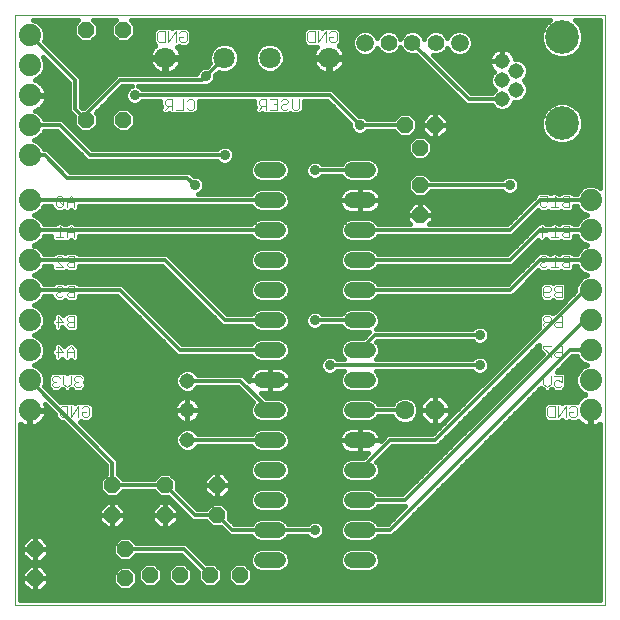
<source format=gbl>
G75*
%MOIN*%
%OFA0B0*%
%FSLAX25Y25*%
%IPPOS*%
%LPD*%
%AMOC8*
5,1,8,0,0,1.08239X$1,22.5*
%
%ADD10C,0.00000*%
%ADD11C,0.00300*%
%ADD12C,0.07400*%
%ADD13OC8,0.05200*%
%ADD14C,0.06300*%
%ADD15OC8,0.06300*%
%ADD16C,0.05150*%
%ADD17C,0.11220*%
%ADD18C,0.05200*%
%ADD19C,0.05543*%
%ADD20C,0.05937*%
%ADD21C,0.07087*%
%ADD22C,0.01600*%
%ADD23C,0.01200*%
%ADD24C,0.03562*%
D10*
X0001800Y0001800D02*
X0001800Y0198650D01*
X0198650Y0198650D01*
X0198650Y0001800D01*
X0001800Y0001800D01*
D11*
X0017432Y0064450D02*
X0016815Y0065067D01*
X0016815Y0067536D01*
X0017432Y0068153D01*
X0019284Y0068153D01*
X0019284Y0064450D01*
X0017432Y0064450D01*
X0020498Y0064450D02*
X0020498Y0068153D01*
X0022967Y0068153D02*
X0020498Y0064450D01*
X0022967Y0064450D02*
X0022967Y0068153D01*
X0024181Y0067536D02*
X0024798Y0068153D01*
X0026033Y0068153D01*
X0026650Y0067536D01*
X0026650Y0065067D01*
X0026033Y0064450D01*
X0024798Y0064450D01*
X0024181Y0065067D01*
X0024181Y0066302D01*
X0025416Y0066302D01*
X0023533Y0074450D02*
X0024150Y0075067D01*
X0023533Y0074450D02*
X0022298Y0074450D01*
X0021681Y0075067D01*
X0021681Y0075684D01*
X0022298Y0076302D01*
X0022916Y0076302D01*
X0022298Y0076302D02*
X0021681Y0076919D01*
X0021681Y0077536D01*
X0022298Y0078153D01*
X0023533Y0078153D01*
X0024150Y0077536D01*
X0020467Y0078153D02*
X0020467Y0075684D01*
X0019232Y0074450D01*
X0017998Y0075684D01*
X0017998Y0078153D01*
X0016784Y0077536D02*
X0016167Y0078153D01*
X0014932Y0078153D01*
X0014315Y0077536D01*
X0014315Y0076919D01*
X0014932Y0076302D01*
X0014315Y0075684D01*
X0014315Y0075067D01*
X0014932Y0074450D01*
X0016167Y0074450D01*
X0016784Y0075067D01*
X0015549Y0076302D02*
X0014932Y0076302D01*
X0016115Y0084450D02*
X0016115Y0088153D01*
X0017967Y0086302D01*
X0015498Y0086302D01*
X0019181Y0086302D02*
X0021650Y0086302D01*
X0021650Y0086919D02*
X0020416Y0088153D01*
X0019181Y0086919D01*
X0019181Y0084450D01*
X0021650Y0084450D02*
X0021650Y0086919D01*
X0021650Y0094450D02*
X0019798Y0094450D01*
X0019181Y0095067D01*
X0019181Y0095684D01*
X0019798Y0096302D01*
X0021650Y0096302D01*
X0021650Y0098153D02*
X0019798Y0098153D01*
X0019181Y0097536D01*
X0019181Y0096919D01*
X0019798Y0096302D01*
X0017967Y0096302D02*
X0016115Y0098153D01*
X0016115Y0094450D01*
X0015498Y0096302D02*
X0017967Y0096302D01*
X0021650Y0098153D02*
X0021650Y0094450D01*
X0021650Y0104450D02*
X0019798Y0104450D01*
X0019181Y0105067D01*
X0019181Y0105684D01*
X0019798Y0106302D01*
X0021650Y0106302D01*
X0021650Y0108153D02*
X0019798Y0108153D01*
X0019181Y0107536D01*
X0019181Y0106919D01*
X0019798Y0106302D01*
X0017967Y0107536D02*
X0017350Y0108153D01*
X0016115Y0108153D01*
X0015498Y0107536D01*
X0015498Y0106919D01*
X0016115Y0106302D01*
X0015498Y0105684D01*
X0015498Y0105067D01*
X0016115Y0104450D01*
X0017350Y0104450D01*
X0017967Y0105067D01*
X0016732Y0106302D02*
X0016115Y0106302D01*
X0021650Y0104450D02*
X0021650Y0108153D01*
X0021650Y0114450D02*
X0019798Y0114450D01*
X0019181Y0115067D01*
X0019181Y0115684D01*
X0019798Y0116302D01*
X0021650Y0116302D01*
X0021650Y0118153D02*
X0021650Y0114450D01*
X0019798Y0116302D02*
X0019181Y0116919D01*
X0019181Y0117536D01*
X0019798Y0118153D01*
X0021650Y0118153D01*
X0017967Y0117536D02*
X0017350Y0118153D01*
X0016115Y0118153D01*
X0015498Y0117536D01*
X0015498Y0116919D01*
X0017967Y0114450D01*
X0015498Y0114450D01*
X0015498Y0124450D02*
X0017967Y0124450D01*
X0019181Y0124450D02*
X0019181Y0126919D01*
X0020416Y0128153D01*
X0021650Y0126919D01*
X0021650Y0124450D01*
X0021650Y0126302D02*
X0019181Y0126302D01*
X0017967Y0126919D02*
X0016732Y0128153D01*
X0016732Y0124450D01*
X0016115Y0134450D02*
X0017350Y0134450D01*
X0017967Y0135067D01*
X0015498Y0137536D01*
X0015498Y0135067D01*
X0016115Y0134450D01*
X0017967Y0135067D02*
X0017967Y0137536D01*
X0017350Y0138153D01*
X0016115Y0138153D01*
X0015498Y0137536D01*
X0019181Y0136919D02*
X0019181Y0134450D01*
X0019181Y0136302D02*
X0021650Y0136302D01*
X0021650Y0136919D02*
X0021650Y0134450D01*
X0021650Y0136919D02*
X0020416Y0138153D01*
X0019181Y0136919D01*
X0051815Y0166950D02*
X0053049Y0168184D01*
X0052432Y0168184D02*
X0054284Y0168184D01*
X0054284Y0166950D02*
X0054284Y0170653D01*
X0052432Y0170653D01*
X0051815Y0170036D01*
X0051815Y0168802D01*
X0052432Y0168184D01*
X0055498Y0166950D02*
X0057967Y0166950D01*
X0057967Y0170653D01*
X0059181Y0170036D02*
X0059798Y0170653D01*
X0061033Y0170653D01*
X0061650Y0170036D01*
X0061650Y0167567D01*
X0061033Y0166950D01*
X0059798Y0166950D01*
X0059181Y0167567D01*
X0058533Y0189450D02*
X0057298Y0189450D01*
X0056681Y0190067D01*
X0056681Y0191302D01*
X0057916Y0191302D01*
X0059150Y0192536D02*
X0059150Y0190067D01*
X0058533Y0189450D01*
X0055467Y0189450D02*
X0055467Y0193153D01*
X0052998Y0189450D01*
X0052998Y0193153D01*
X0051784Y0193153D02*
X0049932Y0193153D01*
X0049315Y0192536D01*
X0049315Y0190067D01*
X0049932Y0189450D01*
X0051784Y0189450D01*
X0051784Y0193153D01*
X0056681Y0192536D02*
X0057298Y0193153D01*
X0058533Y0193153D01*
X0059150Y0192536D01*
X0083132Y0170036D02*
X0083132Y0168802D01*
X0083749Y0168184D01*
X0085601Y0168184D01*
X0085601Y0166950D02*
X0085601Y0170653D01*
X0083749Y0170653D01*
X0083132Y0170036D01*
X0084366Y0168184D02*
X0083132Y0166950D01*
X0086815Y0166950D02*
X0089284Y0166950D01*
X0089284Y0170653D01*
X0086815Y0170653D01*
X0088049Y0168802D02*
X0089284Y0168802D01*
X0090498Y0168184D02*
X0090498Y0167567D01*
X0091115Y0166950D01*
X0092350Y0166950D01*
X0092967Y0167567D01*
X0094181Y0167567D02*
X0094181Y0170653D01*
X0092967Y0170036D02*
X0092967Y0169419D01*
X0092350Y0168802D01*
X0091115Y0168802D01*
X0090498Y0168184D01*
X0090498Y0170036D02*
X0091115Y0170653D01*
X0092350Y0170653D01*
X0092967Y0170036D01*
X0094181Y0167567D02*
X0094798Y0166950D01*
X0096033Y0166950D01*
X0096650Y0167567D01*
X0096650Y0170653D01*
X0099932Y0189450D02*
X0099315Y0190067D01*
X0099315Y0192536D01*
X0099932Y0193153D01*
X0101784Y0193153D01*
X0101784Y0189450D01*
X0099932Y0189450D01*
X0102998Y0189450D02*
X0102998Y0193153D01*
X0105467Y0193153D02*
X0102998Y0189450D01*
X0105467Y0189450D02*
X0105467Y0193153D01*
X0106681Y0192536D02*
X0107298Y0193153D01*
X0108533Y0193153D01*
X0109150Y0192536D01*
X0109150Y0190067D01*
X0108533Y0189450D01*
X0107298Y0189450D01*
X0106681Y0190067D01*
X0106681Y0191302D01*
X0107916Y0191302D01*
X0176815Y0138153D02*
X0179284Y0138153D01*
X0179284Y0136302D01*
X0178049Y0136919D01*
X0177432Y0136919D01*
X0176815Y0136302D01*
X0176815Y0135067D01*
X0177432Y0134450D01*
X0178667Y0134450D01*
X0179284Y0135067D01*
X0180498Y0134450D02*
X0182967Y0134450D01*
X0181732Y0134450D02*
X0181732Y0138153D01*
X0182967Y0136919D01*
X0184181Y0136919D02*
X0184798Y0136302D01*
X0186650Y0136302D01*
X0186650Y0138153D02*
X0184798Y0138153D01*
X0184181Y0137536D01*
X0184181Y0136919D01*
X0184798Y0136302D02*
X0184181Y0135684D01*
X0184181Y0135067D01*
X0184798Y0134450D01*
X0186650Y0134450D01*
X0186650Y0138153D01*
X0186650Y0128153D02*
X0184798Y0128153D01*
X0184181Y0127536D01*
X0184181Y0126919D01*
X0184798Y0126302D01*
X0186650Y0126302D01*
X0186650Y0128153D02*
X0186650Y0124450D01*
X0184798Y0124450D01*
X0184181Y0125067D01*
X0184181Y0125684D01*
X0184798Y0126302D01*
X0182967Y0126919D02*
X0181732Y0128153D01*
X0181732Y0124450D01*
X0180498Y0124450D02*
X0182967Y0124450D01*
X0179284Y0126302D02*
X0176815Y0126302D01*
X0177432Y0128153D02*
X0177432Y0124450D01*
X0179284Y0126302D02*
X0177432Y0128153D01*
X0177432Y0118153D02*
X0176815Y0117536D01*
X0176815Y0116919D01*
X0177432Y0116302D01*
X0176815Y0115684D01*
X0176815Y0115067D01*
X0177432Y0114450D01*
X0178667Y0114450D01*
X0179284Y0115067D01*
X0180498Y0114450D02*
X0182967Y0114450D01*
X0181732Y0114450D02*
X0181732Y0118153D01*
X0182967Y0116919D01*
X0184181Y0116919D02*
X0184798Y0116302D01*
X0186650Y0116302D01*
X0186650Y0118153D02*
X0186650Y0114450D01*
X0184798Y0114450D01*
X0184181Y0115067D01*
X0184181Y0115684D01*
X0184798Y0116302D01*
X0184181Y0116919D02*
X0184181Y0117536D01*
X0184798Y0118153D01*
X0186650Y0118153D01*
X0179284Y0117536D02*
X0178667Y0118153D01*
X0177432Y0118153D01*
X0177432Y0116302D02*
X0178049Y0116302D01*
X0178615Y0108153D02*
X0177998Y0107536D01*
X0177998Y0105067D01*
X0178615Y0104450D01*
X0179850Y0104450D01*
X0180467Y0105067D01*
X0181681Y0105067D02*
X0182298Y0104450D01*
X0184150Y0104450D01*
X0184150Y0108153D01*
X0182298Y0108153D01*
X0181681Y0107536D01*
X0181681Y0106919D01*
X0182298Y0106302D01*
X0184150Y0106302D01*
X0182298Y0106302D02*
X0181681Y0105684D01*
X0181681Y0105067D01*
X0179850Y0106302D02*
X0177998Y0106302D01*
X0179850Y0106302D02*
X0180467Y0106919D01*
X0180467Y0107536D01*
X0179850Y0108153D01*
X0178615Y0108153D01*
X0178615Y0098153D02*
X0177998Y0097536D01*
X0177998Y0096919D01*
X0178615Y0096302D01*
X0179850Y0096302D01*
X0180467Y0096919D01*
X0180467Y0097536D01*
X0179850Y0098153D01*
X0178615Y0098153D01*
X0178615Y0096302D02*
X0177998Y0095684D01*
X0177998Y0095067D01*
X0178615Y0094450D01*
X0179850Y0094450D01*
X0180467Y0095067D01*
X0180467Y0095684D01*
X0179850Y0096302D01*
X0181681Y0096919D02*
X0182298Y0096302D01*
X0184150Y0096302D01*
X0184150Y0098153D02*
X0182298Y0098153D01*
X0181681Y0097536D01*
X0181681Y0096919D01*
X0182298Y0096302D02*
X0181681Y0095684D01*
X0181681Y0095067D01*
X0182298Y0094450D01*
X0184150Y0094450D01*
X0184150Y0098153D01*
X0184150Y0088153D02*
X0182298Y0088153D01*
X0181681Y0087536D01*
X0181681Y0086919D01*
X0182298Y0086302D01*
X0184150Y0086302D01*
X0184150Y0088153D02*
X0184150Y0084450D01*
X0182298Y0084450D01*
X0181681Y0085067D01*
X0181681Y0085684D01*
X0182298Y0086302D01*
X0180467Y0085067D02*
X0180467Y0084450D01*
X0180467Y0085067D02*
X0177998Y0087536D01*
X0177998Y0088153D01*
X0180467Y0088153D01*
X0180467Y0078153D02*
X0180467Y0075684D01*
X0179232Y0074450D01*
X0177998Y0075684D01*
X0177998Y0078153D01*
X0181681Y0078153D02*
X0184150Y0078153D01*
X0184150Y0076302D01*
X0182916Y0076919D01*
X0182298Y0076919D01*
X0181681Y0076302D01*
X0181681Y0075067D01*
X0182298Y0074450D01*
X0183533Y0074450D01*
X0184150Y0075067D01*
X0182998Y0068153D02*
X0182998Y0064450D01*
X0185467Y0068153D01*
X0185467Y0064450D01*
X0186681Y0065067D02*
X0186681Y0066302D01*
X0187916Y0066302D01*
X0189150Y0067536D02*
X0189150Y0065067D01*
X0188533Y0064450D01*
X0187298Y0064450D01*
X0186681Y0065067D01*
X0186681Y0067536D02*
X0187298Y0068153D01*
X0188533Y0068153D01*
X0189150Y0067536D01*
X0181784Y0068153D02*
X0181784Y0064450D01*
X0179932Y0064450D01*
X0179315Y0065067D01*
X0179315Y0067536D01*
X0179932Y0068153D01*
X0181784Y0068153D01*
D12*
X0193800Y0066800D03*
X0193800Y0076800D03*
X0193800Y0086800D03*
X0193800Y0096800D03*
X0193800Y0106800D03*
X0193800Y0116800D03*
X0193800Y0126800D03*
X0193800Y0136800D03*
X0006800Y0136800D03*
X0006800Y0126800D03*
X0006800Y0116800D03*
X0006800Y0106800D03*
X0006800Y0096800D03*
X0006800Y0086800D03*
X0006800Y0076800D03*
X0006800Y0066800D03*
X0006800Y0151800D03*
X0006800Y0161800D03*
X0006800Y0171800D03*
X0006800Y0181800D03*
X0006800Y0191800D03*
D13*
X0025402Y0193611D03*
X0038020Y0193611D03*
X0038020Y0163611D03*
X0025402Y0163611D03*
X0131800Y0161800D03*
X0136800Y0154300D03*
X0141800Y0161800D03*
X0136800Y0141800D03*
X0136800Y0131800D03*
X0069300Y0041800D03*
X0069300Y0031800D03*
X0051800Y0031800D03*
X0051800Y0041800D03*
X0034300Y0041800D03*
X0034300Y0031800D03*
X0038611Y0020461D03*
X0038611Y0010816D03*
X0046800Y0011800D03*
X0056800Y0011800D03*
X0066800Y0011800D03*
X0076800Y0011800D03*
X0008611Y0010816D03*
X0008611Y0020461D03*
D14*
X0131800Y0066800D03*
D15*
X0141800Y0066800D03*
D16*
X0059300Y0066800D03*
X0059300Y0056957D03*
X0059300Y0076643D03*
X0164221Y0170501D03*
X0168946Y0173650D03*
X0164221Y0176800D03*
X0168946Y0179950D03*
X0164221Y0183099D03*
D17*
X0184300Y0191170D03*
X0184300Y0162430D03*
D18*
X0119400Y0146800D02*
X0114200Y0146800D01*
X0114200Y0136800D02*
X0119400Y0136800D01*
X0119400Y0126800D02*
X0114200Y0126800D01*
X0114200Y0116800D02*
X0119400Y0116800D01*
X0119400Y0106800D02*
X0114200Y0106800D01*
X0114200Y0096800D02*
X0119400Y0096800D01*
X0119400Y0086800D02*
X0114200Y0086800D01*
X0114200Y0076800D02*
X0119400Y0076800D01*
X0119400Y0066800D02*
X0114200Y0066800D01*
X0114200Y0056800D02*
X0119400Y0056800D01*
X0119400Y0046800D02*
X0114200Y0046800D01*
X0114200Y0036800D02*
X0119400Y0036800D01*
X0119400Y0026800D02*
X0114200Y0026800D01*
X0114200Y0016800D02*
X0119400Y0016800D01*
X0089400Y0016800D02*
X0084200Y0016800D01*
X0084200Y0026800D02*
X0089400Y0026800D01*
X0089400Y0036800D02*
X0084200Y0036800D01*
X0084200Y0046800D02*
X0089400Y0046800D01*
X0089400Y0056800D02*
X0084200Y0056800D01*
X0084200Y0066800D02*
X0089400Y0066800D01*
X0089400Y0076800D02*
X0084200Y0076800D01*
X0084200Y0086800D02*
X0089400Y0086800D01*
X0089400Y0096800D02*
X0084200Y0096800D01*
X0084200Y0106800D02*
X0089400Y0106800D01*
X0089400Y0116800D02*
X0084200Y0116800D01*
X0084200Y0126800D02*
X0089400Y0126800D01*
X0089400Y0136800D02*
X0084200Y0136800D01*
X0084200Y0146800D02*
X0089400Y0146800D01*
D19*
X0126426Y0189300D03*
X0134300Y0189300D03*
X0142174Y0189300D03*
D20*
X0150048Y0189300D03*
X0118552Y0189300D03*
D21*
X0106485Y0184300D03*
X0086800Y0184300D03*
X0071643Y0184300D03*
X0051957Y0184300D03*
D22*
X0051576Y0184030D02*
X0017398Y0184030D01*
X0018997Y0182432D02*
X0046946Y0182432D01*
X0047006Y0182249D02*
X0047387Y0181499D01*
X0047882Y0180819D01*
X0048477Y0180224D01*
X0049157Y0179730D01*
X0049906Y0179348D01*
X0050706Y0179088D01*
X0051537Y0178957D01*
X0051576Y0178957D01*
X0051576Y0183919D01*
X0046614Y0183919D01*
X0046614Y0183879D01*
X0046746Y0183049D01*
X0047006Y0182249D01*
X0047872Y0180833D02*
X0020595Y0180833D01*
X0022194Y0179235D02*
X0050255Y0179235D01*
X0051576Y0179235D02*
X0052339Y0179235D01*
X0052339Y0178957D02*
X0052378Y0178957D01*
X0053209Y0179088D01*
X0054009Y0179348D01*
X0054758Y0179730D01*
X0055438Y0180224D01*
X0056033Y0180819D01*
X0056527Y0181499D01*
X0056909Y0182249D01*
X0057169Y0183049D01*
X0057301Y0183879D01*
X0057301Y0183919D01*
X0052339Y0183919D01*
X0052339Y0184681D01*
X0057301Y0184681D01*
X0057301Y0184721D01*
X0057169Y0185551D01*
X0056909Y0186351D01*
X0056527Y0187100D01*
X0056033Y0187781D01*
X0055914Y0187900D01*
X0056109Y0187900D01*
X0056383Y0188174D01*
X0056656Y0187900D01*
X0057305Y0187900D01*
X0059175Y0187900D01*
X0060083Y0188808D01*
X0060700Y0189425D01*
X0060700Y0192543D01*
X0060700Y0193178D01*
X0060678Y0193200D01*
X0060083Y0193795D01*
X0059197Y0194681D01*
X0059175Y0194703D01*
X0059175Y0194703D01*
X0058539Y0194703D01*
X0057891Y0194703D01*
X0056656Y0194703D01*
X0056383Y0194429D01*
X0056109Y0194703D01*
X0055936Y0194703D01*
X0055792Y0194799D01*
X0055313Y0194703D01*
X0054825Y0194703D01*
X0054703Y0194581D01*
X0054533Y0194547D01*
X0054262Y0194141D01*
X0054232Y0194111D01*
X0053640Y0194703D01*
X0049290Y0194703D01*
X0048382Y0193795D01*
X0047765Y0193178D01*
X0047765Y0190709D01*
X0047765Y0190074D01*
X0047765Y0189425D01*
X0048672Y0188518D01*
X0048477Y0188376D01*
X0047882Y0187781D01*
X0047387Y0187100D01*
X0047006Y0186351D01*
X0046746Y0185551D01*
X0046614Y0184721D01*
X0046614Y0184681D01*
X0051576Y0184681D01*
X0051576Y0183919D01*
X0052339Y0183919D01*
X0052339Y0178957D01*
X0053660Y0179235D02*
X0062486Y0179235D01*
X0062306Y0178800D02*
X0035972Y0178800D01*
X0034800Y0177628D01*
X0024783Y0167611D01*
X0024231Y0167611D01*
X0023800Y0168042D01*
X0023800Y0177628D01*
X0022628Y0178800D01*
X0011532Y0189897D01*
X0011900Y0190786D01*
X0011900Y0192814D01*
X0011124Y0194689D01*
X0009689Y0196124D01*
X0007934Y0196850D01*
X0022985Y0196850D01*
X0021402Y0195268D01*
X0021402Y0191954D01*
X0023746Y0189611D01*
X0027059Y0189611D01*
X0029402Y0191954D01*
X0029402Y0195268D01*
X0027820Y0196850D01*
X0035603Y0196850D01*
X0034020Y0195268D01*
X0034020Y0191954D01*
X0036364Y0189611D01*
X0039677Y0189611D01*
X0042020Y0191954D01*
X0042020Y0195268D01*
X0040438Y0196850D01*
X0180066Y0196850D01*
X0178357Y0195141D01*
X0177290Y0192564D01*
X0177290Y0189776D01*
X0178357Y0187199D01*
X0180329Y0185227D01*
X0182906Y0184160D01*
X0185694Y0184160D01*
X0188271Y0185227D01*
X0190243Y0187199D01*
X0191310Y0189776D01*
X0191310Y0192564D01*
X0190243Y0195141D01*
X0188534Y0196850D01*
X0196850Y0196850D01*
X0196850Y0140962D01*
X0196689Y0141124D01*
X0194814Y0141900D01*
X0192786Y0141900D01*
X0190911Y0141124D01*
X0189476Y0139689D01*
X0189108Y0138800D01*
X0188195Y0138800D01*
X0187292Y0139703D01*
X0184156Y0139703D01*
X0183539Y0139086D01*
X0183265Y0138812D01*
X0182374Y0139703D01*
X0181090Y0139703D01*
X0180508Y0139121D01*
X0179926Y0139703D01*
X0176173Y0139703D01*
X0175265Y0138795D01*
X0175265Y0138093D01*
X0165972Y0128800D01*
X0140023Y0128800D01*
X0141200Y0129977D01*
X0141200Y0131800D01*
X0141200Y0133623D01*
X0138623Y0136200D01*
X0136800Y0136200D01*
X0136800Y0131800D01*
X0136800Y0131800D01*
X0141200Y0131800D01*
X0136800Y0131800D01*
X0136800Y0131800D01*
X0136800Y0131800D01*
X0132400Y0131800D01*
X0132400Y0133623D01*
X0134977Y0136200D01*
X0136800Y0136200D01*
X0136800Y0131800D01*
X0132400Y0131800D01*
X0132400Y0129977D01*
X0133577Y0128800D01*
X0122901Y0128800D01*
X0122791Y0129066D01*
X0121666Y0130191D01*
X0120196Y0130800D01*
X0113404Y0130800D01*
X0111934Y0130191D01*
X0110809Y0129066D01*
X0110200Y0127596D01*
X0110200Y0126004D01*
X0110809Y0124534D01*
X0111934Y0123409D01*
X0113404Y0122800D01*
X0120196Y0122800D01*
X0121666Y0123409D01*
X0122791Y0124534D01*
X0122901Y0124800D01*
X0167628Y0124800D01*
X0176259Y0133431D01*
X0176768Y0132922D01*
X0176790Y0132900D01*
X0176790Y0132900D01*
X0177426Y0132900D01*
X0179309Y0132900D01*
X0179582Y0133174D01*
X0179856Y0132900D01*
X0183609Y0132900D01*
X0183883Y0133174D01*
X0184134Y0132922D01*
X0184156Y0132900D01*
X0184156Y0132900D01*
X0184792Y0132900D01*
X0187292Y0132900D01*
X0188200Y0133808D01*
X0188200Y0134800D01*
X0189108Y0134800D01*
X0189476Y0133911D01*
X0190911Y0132476D01*
X0192544Y0131800D01*
X0190911Y0131124D01*
X0189476Y0129689D01*
X0189108Y0128800D01*
X0188195Y0128800D01*
X0187292Y0129703D01*
X0184156Y0129703D01*
X0183539Y0129086D01*
X0183265Y0128812D01*
X0182374Y0129703D01*
X0181090Y0129703D01*
X0180187Y0128800D01*
X0178977Y0128800D01*
X0178094Y0129683D01*
X0178074Y0129703D01*
X0176790Y0129703D01*
X0175895Y0128808D01*
X0175882Y0128795D01*
X0175882Y0128711D01*
X0165972Y0118800D01*
X0122901Y0118800D01*
X0122791Y0119066D01*
X0121666Y0120191D01*
X0120196Y0120800D01*
X0113404Y0120800D01*
X0111934Y0120191D01*
X0110809Y0119066D01*
X0110200Y0117596D01*
X0110200Y0116004D01*
X0110809Y0114534D01*
X0111934Y0113409D01*
X0113404Y0112800D01*
X0120196Y0112800D01*
X0121666Y0113409D01*
X0122791Y0114534D01*
X0122901Y0114800D01*
X0167628Y0114800D01*
X0176259Y0123431D01*
X0176790Y0122900D01*
X0178074Y0122900D01*
X0178965Y0123791D01*
X0179856Y0122900D01*
X0183609Y0122900D01*
X0183883Y0123174D01*
X0184134Y0122922D01*
X0184156Y0122900D01*
X0184156Y0122900D01*
X0184792Y0122900D01*
X0187292Y0122900D01*
X0188200Y0123808D01*
X0188200Y0124800D01*
X0189108Y0124800D01*
X0189476Y0123911D01*
X0190911Y0122476D01*
X0192544Y0121800D01*
X0190911Y0121124D01*
X0189476Y0119689D01*
X0189108Y0118800D01*
X0188195Y0118800D01*
X0187292Y0119703D01*
X0184156Y0119703D01*
X0183539Y0119086D01*
X0183265Y0118812D01*
X0182374Y0119703D01*
X0181090Y0119703D01*
X0180199Y0118812D01*
X0179309Y0119703D01*
X0178660Y0119703D01*
X0178024Y0119703D01*
X0176790Y0119703D01*
X0176173Y0119086D01*
X0175265Y0118178D01*
X0175265Y0118093D01*
X0165972Y0108800D01*
X0122901Y0108800D01*
X0122791Y0109066D01*
X0121666Y0110191D01*
X0120196Y0110800D01*
X0113404Y0110800D01*
X0111934Y0110191D01*
X0110809Y0109066D01*
X0110200Y0107596D01*
X0110200Y0106004D01*
X0110809Y0104534D01*
X0111934Y0103409D01*
X0113404Y0102800D01*
X0120196Y0102800D01*
X0121666Y0103409D01*
X0122791Y0104534D01*
X0122901Y0104800D01*
X0167628Y0104800D01*
X0168800Y0105972D01*
X0176259Y0113431D01*
X0176768Y0112922D01*
X0176790Y0112900D01*
X0176790Y0112900D01*
X0177426Y0112900D01*
X0179309Y0112900D01*
X0179582Y0113174D01*
X0179856Y0112900D01*
X0183609Y0112900D01*
X0183883Y0113174D01*
X0184134Y0112922D01*
X0184156Y0112900D01*
X0184156Y0112900D01*
X0184792Y0112900D01*
X0187292Y0112900D01*
X0188200Y0113808D01*
X0188200Y0114800D01*
X0189108Y0114800D01*
X0189476Y0113911D01*
X0190911Y0112476D01*
X0192544Y0111800D01*
X0190911Y0111124D01*
X0189476Y0109689D01*
X0188700Y0107814D01*
X0188700Y0106528D01*
X0181875Y0099703D01*
X0181656Y0099703D01*
X0181074Y0099121D01*
X0180492Y0099703D01*
X0179843Y0099703D01*
X0179208Y0099703D01*
X0179208Y0099703D01*
X0177973Y0099703D01*
X0177356Y0099086D01*
X0176448Y0098178D01*
X0176448Y0095709D01*
X0176448Y0095369D01*
X0176448Y0095042D01*
X0176448Y0094425D01*
X0176470Y0094403D01*
X0176522Y0094351D01*
X0140972Y0058800D01*
X0125972Y0058800D01*
X0123800Y0056628D01*
X0123800Y0056800D01*
X0123800Y0057146D01*
X0123692Y0057830D01*
X0123478Y0058489D01*
X0123163Y0059106D01*
X0122756Y0059666D01*
X0122266Y0060156D01*
X0121706Y0060563D01*
X0121089Y0060878D01*
X0120430Y0061092D01*
X0119746Y0061200D01*
X0116800Y0061200D01*
X0116800Y0056800D01*
X0116800Y0056800D01*
X0123800Y0056800D01*
X0116800Y0056800D01*
X0116800Y0056800D01*
X0116800Y0052400D01*
X0119572Y0052400D01*
X0117972Y0050800D01*
X0113404Y0050800D01*
X0111934Y0050191D01*
X0110809Y0049066D01*
X0110200Y0047596D01*
X0110200Y0046004D01*
X0110809Y0044534D01*
X0111934Y0043409D01*
X0113404Y0042800D01*
X0120196Y0042800D01*
X0121666Y0043409D01*
X0122791Y0044534D01*
X0123400Y0046004D01*
X0123400Y0047596D01*
X0122791Y0049066D01*
X0122343Y0049514D01*
X0127628Y0054800D01*
X0142628Y0054800D01*
X0143800Y0055972D01*
X0176448Y0088620D01*
X0176448Y0086894D01*
X0177757Y0085585D01*
X0130972Y0038800D01*
X0122901Y0038800D01*
X0122791Y0039066D01*
X0121666Y0040191D01*
X0120196Y0040800D01*
X0113404Y0040800D01*
X0111934Y0040191D01*
X0110809Y0039066D01*
X0110200Y0037596D01*
X0110200Y0036004D01*
X0110809Y0034534D01*
X0111934Y0033409D01*
X0113404Y0032800D01*
X0120196Y0032800D01*
X0121666Y0033409D01*
X0122791Y0034534D01*
X0122901Y0034800D01*
X0131972Y0034800D01*
X0125972Y0028800D01*
X0122901Y0028800D01*
X0122791Y0029066D01*
X0121666Y0030191D01*
X0120196Y0030800D01*
X0113404Y0030800D01*
X0111934Y0030191D01*
X0110809Y0029066D01*
X0110200Y0027596D01*
X0110200Y0026004D01*
X0110809Y0024534D01*
X0111934Y0023409D01*
X0113404Y0022800D01*
X0120196Y0022800D01*
X0121666Y0023409D01*
X0122791Y0024534D01*
X0122901Y0024800D01*
X0127628Y0024800D01*
X0128800Y0025972D01*
X0177159Y0074331D01*
X0177356Y0074134D01*
X0178590Y0072900D01*
X0179874Y0072900D01*
X0180765Y0073791D01*
X0181039Y0073517D01*
X0181634Y0072922D01*
X0181656Y0072900D01*
X0181656Y0072900D01*
X0182292Y0072900D01*
X0184175Y0072900D01*
X0185700Y0074425D01*
X0185700Y0075936D01*
X0185823Y0076183D01*
X0185700Y0076553D01*
X0185700Y0078795D01*
X0184792Y0079703D01*
X0182532Y0079703D01*
X0187628Y0084800D01*
X0189108Y0084800D01*
X0189476Y0083911D01*
X0190911Y0082476D01*
X0192544Y0081800D01*
X0190911Y0081124D01*
X0189476Y0079689D01*
X0188700Y0077814D01*
X0188700Y0075786D01*
X0189476Y0073911D01*
X0190911Y0072476D01*
X0192037Y0072010D01*
X0191689Y0071897D01*
X0190917Y0071504D01*
X0190217Y0070995D01*
X0189605Y0070383D01*
X0189111Y0069703D01*
X0188539Y0069703D01*
X0187891Y0069703D01*
X0186656Y0069703D01*
X0186383Y0069429D01*
X0186109Y0069703D01*
X0185936Y0069703D01*
X0185792Y0069799D01*
X0185313Y0069703D01*
X0184825Y0069703D01*
X0184703Y0069581D01*
X0184533Y0069547D01*
X0184262Y0069141D01*
X0184232Y0069111D01*
X0183640Y0069703D01*
X0179290Y0069703D01*
X0178382Y0068795D01*
X0177765Y0068178D01*
X0177765Y0065709D01*
X0177765Y0065074D01*
X0177765Y0064425D01*
X0178673Y0063517D01*
X0179290Y0062900D01*
X0179939Y0062900D01*
X0182529Y0062900D01*
X0182672Y0062804D01*
X0183152Y0062900D01*
X0183640Y0062900D01*
X0183762Y0063022D01*
X0183932Y0063056D01*
X0184203Y0063462D01*
X0184232Y0063492D01*
X0184825Y0062900D01*
X0186109Y0062900D01*
X0186383Y0063174D01*
X0186656Y0062900D01*
X0187305Y0062900D01*
X0189175Y0062900D01*
X0189557Y0063282D01*
X0189605Y0063217D01*
X0190217Y0062605D01*
X0190917Y0062096D01*
X0191689Y0061703D01*
X0192512Y0061435D01*
X0193367Y0061300D01*
X0193600Y0061300D01*
X0193600Y0066600D01*
X0194000Y0066600D01*
X0194000Y0061300D01*
X0194233Y0061300D01*
X0195088Y0061435D01*
X0195911Y0061703D01*
X0196683Y0062096D01*
X0196850Y0062218D01*
X0196850Y0003600D01*
X0003600Y0003600D01*
X0003600Y0062327D01*
X0003917Y0062096D01*
X0004689Y0061703D01*
X0005512Y0061435D01*
X0006367Y0061300D01*
X0006600Y0061300D01*
X0006600Y0066600D01*
X0007000Y0066600D01*
X0007000Y0067000D01*
X0012300Y0067000D01*
X0012300Y0067233D01*
X0012165Y0068088D01*
X0011915Y0068857D01*
X0015265Y0065507D01*
X0015265Y0064425D01*
X0016173Y0063517D01*
X0016790Y0062900D01*
X0017439Y0062900D01*
X0017872Y0062900D01*
X0032300Y0048472D01*
X0032300Y0045457D01*
X0030300Y0043457D01*
X0030300Y0040143D01*
X0032643Y0037800D01*
X0035957Y0037800D01*
X0037957Y0039800D01*
X0048143Y0039800D01*
X0050143Y0037800D01*
X0052972Y0037800D01*
X0060972Y0029800D01*
X0065643Y0029800D01*
X0067643Y0027800D01*
X0070472Y0027800D01*
X0073472Y0024800D01*
X0080699Y0024800D01*
X0080809Y0024534D01*
X0081934Y0023409D01*
X0083404Y0022800D01*
X0090196Y0022800D01*
X0091666Y0023409D01*
X0092791Y0024534D01*
X0092901Y0024800D01*
X0099301Y0024800D01*
X0099998Y0024103D01*
X0101167Y0023619D01*
X0102433Y0023619D01*
X0103602Y0024103D01*
X0104497Y0024998D01*
X0104981Y0026167D01*
X0104981Y0027433D01*
X0104497Y0028602D01*
X0103602Y0029497D01*
X0102433Y0029981D01*
X0101167Y0029981D01*
X0099998Y0029497D01*
X0099301Y0028800D01*
X0092901Y0028800D01*
X0092791Y0029066D01*
X0091666Y0030191D01*
X0090196Y0030800D01*
X0083404Y0030800D01*
X0081934Y0030191D01*
X0080809Y0029066D01*
X0080699Y0028800D01*
X0075128Y0028800D01*
X0073300Y0030628D01*
X0073300Y0033457D01*
X0070957Y0035800D01*
X0067643Y0035800D01*
X0065643Y0033800D01*
X0062628Y0033800D01*
X0055800Y0040628D01*
X0055800Y0043457D01*
X0053457Y0045800D01*
X0050143Y0045800D01*
X0048143Y0043800D01*
X0037957Y0043800D01*
X0036300Y0045457D01*
X0036300Y0050128D01*
X0023528Y0062900D01*
X0023609Y0062900D01*
X0023883Y0063174D01*
X0024156Y0062900D01*
X0024805Y0062900D01*
X0026675Y0062900D01*
X0027583Y0063808D01*
X0028200Y0064425D01*
X0028200Y0067543D01*
X0028200Y0068178D01*
X0028178Y0068200D01*
X0027583Y0068795D01*
X0026697Y0069681D01*
X0026675Y0069703D01*
X0026675Y0069703D01*
X0026039Y0069703D01*
X0025391Y0069703D01*
X0024156Y0069703D01*
X0023883Y0069429D01*
X0023609Y0069703D01*
X0023436Y0069703D01*
X0023292Y0069799D01*
X0022813Y0069703D01*
X0022325Y0069703D01*
X0022203Y0069581D01*
X0022033Y0069547D01*
X0021762Y0069141D01*
X0021732Y0069111D01*
X0021140Y0069703D01*
X0016790Y0069703D01*
X0016758Y0069671D01*
X0011532Y0074897D01*
X0011900Y0075786D01*
X0011900Y0077814D01*
X0011124Y0079689D01*
X0009689Y0081124D01*
X0008056Y0081800D01*
X0009689Y0082476D01*
X0011124Y0083911D01*
X0011900Y0085786D01*
X0011900Y0087814D01*
X0011124Y0089689D01*
X0009689Y0091124D01*
X0008056Y0091800D01*
X0009689Y0092476D01*
X0011124Y0093911D01*
X0011900Y0095786D01*
X0011900Y0097814D01*
X0011124Y0099689D01*
X0009689Y0101124D01*
X0008056Y0101800D01*
X0009689Y0102476D01*
X0011124Y0103911D01*
X0011492Y0104800D01*
X0013948Y0104800D01*
X0013948Y0104425D01*
X0013970Y0104403D01*
X0014856Y0103517D01*
X0015451Y0102922D01*
X0015473Y0102900D01*
X0015473Y0102900D01*
X0016109Y0102900D01*
X0017992Y0102900D01*
X0018574Y0103482D01*
X0019134Y0102922D01*
X0019156Y0102900D01*
X0019156Y0102900D01*
X0019792Y0102900D01*
X0022292Y0102900D01*
X0023200Y0103808D01*
X0023200Y0104800D01*
X0035972Y0104800D01*
X0055972Y0084800D01*
X0080699Y0084800D01*
X0080809Y0084534D01*
X0081934Y0083409D01*
X0083404Y0082800D01*
X0090196Y0082800D01*
X0091666Y0083409D01*
X0092791Y0084534D01*
X0093400Y0086004D01*
X0093400Y0087596D01*
X0092791Y0089066D01*
X0091666Y0090191D01*
X0090196Y0090800D01*
X0083404Y0090800D01*
X0081934Y0090191D01*
X0080809Y0089066D01*
X0080699Y0088800D01*
X0057628Y0088800D01*
X0037628Y0108800D01*
X0023195Y0108800D01*
X0022292Y0109703D01*
X0019156Y0109703D01*
X0018574Y0109121D01*
X0017992Y0109703D01*
X0017343Y0109703D01*
X0016708Y0109703D01*
X0016708Y0109703D01*
X0015473Y0109703D01*
X0014856Y0109086D01*
X0014570Y0108800D01*
X0011492Y0108800D01*
X0011124Y0109689D01*
X0009689Y0111124D01*
X0008056Y0111800D01*
X0009689Y0112476D01*
X0011124Y0113911D01*
X0011492Y0114800D01*
X0013948Y0114800D01*
X0013948Y0113808D01*
X0014856Y0112900D01*
X0018609Y0112900D01*
X0018883Y0113174D01*
X0019134Y0112922D01*
X0019156Y0112900D01*
X0019156Y0112900D01*
X0019792Y0112900D01*
X0022292Y0112900D01*
X0023200Y0113808D01*
X0023200Y0114800D01*
X0050972Y0114800D01*
X0069800Y0095972D01*
X0070972Y0094800D01*
X0080699Y0094800D01*
X0080809Y0094534D01*
X0081934Y0093409D01*
X0083404Y0092800D01*
X0090196Y0092800D01*
X0091666Y0093409D01*
X0092791Y0094534D01*
X0093400Y0096004D01*
X0093400Y0097596D01*
X0092791Y0099066D01*
X0091666Y0100191D01*
X0090196Y0100800D01*
X0083404Y0100800D01*
X0081934Y0100191D01*
X0080809Y0099066D01*
X0080699Y0098800D01*
X0072628Y0098800D01*
X0052628Y0118800D01*
X0023195Y0118800D01*
X0022292Y0119703D01*
X0019156Y0119703D01*
X0018574Y0119121D01*
X0018014Y0119681D01*
X0017992Y0119703D01*
X0017992Y0119703D01*
X0017356Y0119703D01*
X0016708Y0119703D01*
X0016708Y0119703D01*
X0015473Y0119703D01*
X0014570Y0118800D01*
X0011492Y0118800D01*
X0011124Y0119689D01*
X0009689Y0121124D01*
X0008056Y0121800D01*
X0009689Y0122476D01*
X0011124Y0123911D01*
X0011492Y0124800D01*
X0013948Y0124800D01*
X0013948Y0123808D01*
X0014856Y0122900D01*
X0019823Y0122900D01*
X0020416Y0123492D01*
X0021008Y0122900D01*
X0022292Y0122900D01*
X0023200Y0123808D01*
X0023200Y0124800D01*
X0080699Y0124800D01*
X0080809Y0124534D01*
X0081934Y0123409D01*
X0083404Y0122800D01*
X0090196Y0122800D01*
X0091666Y0123409D01*
X0092791Y0124534D01*
X0093400Y0126004D01*
X0093400Y0127596D01*
X0092791Y0129066D01*
X0091666Y0130191D01*
X0090196Y0130800D01*
X0083404Y0130800D01*
X0081934Y0130191D01*
X0080809Y0129066D01*
X0080699Y0128800D01*
X0021961Y0128800D01*
X0021058Y0129703D01*
X0019774Y0129703D01*
X0018870Y0128800D01*
X0018278Y0128800D01*
X0017374Y0129703D01*
X0016090Y0129703D01*
X0015187Y0128800D01*
X0011492Y0128800D01*
X0011124Y0129689D01*
X0009689Y0131124D01*
X0008056Y0131800D01*
X0009689Y0132476D01*
X0011124Y0133911D01*
X0011492Y0134800D01*
X0013948Y0134800D01*
X0013948Y0134425D01*
X0013970Y0134403D01*
X0014856Y0133517D01*
X0015451Y0132922D01*
X0015473Y0132900D01*
X0015473Y0132900D01*
X0016109Y0132900D01*
X0017992Y0132900D01*
X0018265Y0133174D01*
X0018539Y0132900D01*
X0019823Y0132900D01*
X0020416Y0133492D01*
X0021008Y0132900D01*
X0022292Y0132900D01*
X0023200Y0133808D01*
X0023200Y0134800D01*
X0080699Y0134800D01*
X0080809Y0134534D01*
X0081934Y0133409D01*
X0083404Y0132800D01*
X0090196Y0132800D01*
X0091666Y0133409D01*
X0092791Y0134534D01*
X0093400Y0136004D01*
X0093400Y0137596D01*
X0092791Y0139066D01*
X0091666Y0140191D01*
X0090196Y0140800D01*
X0083404Y0140800D01*
X0081934Y0140191D01*
X0080809Y0139066D01*
X0080699Y0138800D01*
X0062870Y0138800D01*
X0063602Y0139103D01*
X0064497Y0139998D01*
X0064981Y0141167D01*
X0064981Y0142433D01*
X0064497Y0143602D01*
X0063602Y0144497D01*
X0062433Y0144981D01*
X0061447Y0144981D01*
X0060128Y0146300D01*
X0020128Y0146300D01*
X0012628Y0153800D01*
X0011492Y0153800D01*
X0011124Y0154689D01*
X0009689Y0156124D01*
X0008056Y0156800D01*
X0009689Y0157476D01*
X0011124Y0158911D01*
X0011492Y0159800D01*
X0015972Y0159800D01*
X0024800Y0150972D01*
X0025972Y0149800D01*
X0069301Y0149800D01*
X0069998Y0149103D01*
X0071167Y0148619D01*
X0072433Y0148619D01*
X0073602Y0149103D01*
X0074497Y0149998D01*
X0074981Y0151167D01*
X0074981Y0152433D01*
X0074497Y0153602D01*
X0073602Y0154497D01*
X0072433Y0154981D01*
X0071167Y0154981D01*
X0069998Y0154497D01*
X0069301Y0153800D01*
X0027628Y0153800D01*
X0017628Y0163800D01*
X0011492Y0163800D01*
X0011124Y0164689D01*
X0009689Y0166124D01*
X0008563Y0166590D01*
X0008911Y0166703D01*
X0009683Y0167096D01*
X0010383Y0167605D01*
X0010995Y0168217D01*
X0011504Y0168917D01*
X0011897Y0169689D01*
X0012165Y0170512D01*
X0012300Y0171367D01*
X0012300Y0171600D01*
X0007000Y0171600D01*
X0007000Y0172000D01*
X0012300Y0172000D01*
X0012300Y0172233D01*
X0012165Y0173088D01*
X0011897Y0173911D01*
X0011504Y0174683D01*
X0010995Y0175383D01*
X0010383Y0175995D01*
X0009683Y0176504D01*
X0008911Y0176897D01*
X0008563Y0177010D01*
X0009689Y0177476D01*
X0011124Y0178911D01*
X0011900Y0180786D01*
X0011900Y0182814D01*
X0011152Y0184619D01*
X0019800Y0175972D01*
X0019800Y0166385D01*
X0021402Y0164783D01*
X0021402Y0161954D01*
X0023746Y0159611D01*
X0027059Y0159611D01*
X0029402Y0161954D01*
X0029402Y0165268D01*
X0028749Y0165921D01*
X0037628Y0174800D01*
X0040730Y0174800D01*
X0039998Y0174497D01*
X0039103Y0173602D01*
X0038619Y0172433D01*
X0038619Y0171167D01*
X0039103Y0169998D01*
X0039998Y0169103D01*
X0041167Y0168619D01*
X0042433Y0168619D01*
X0043602Y0169103D01*
X0044299Y0169800D01*
X0050265Y0169800D01*
X0050265Y0169444D01*
X0050265Y0169444D01*
X0050265Y0168795D01*
X0050265Y0168160D01*
X0050265Y0168160D01*
X0050287Y0168137D01*
X0050549Y0167876D01*
X0050265Y0167592D01*
X0050265Y0166308D01*
X0051173Y0165400D01*
X0052457Y0165400D01*
X0053049Y0165992D01*
X0053642Y0165400D01*
X0058609Y0165400D01*
X0058883Y0165674D01*
X0059156Y0165400D01*
X0059805Y0165400D01*
X0061675Y0165400D01*
X0062583Y0166308D01*
X0063200Y0166925D01*
X0063200Y0169800D01*
X0081582Y0169800D01*
X0081582Y0169444D01*
X0081582Y0169444D01*
X0081582Y0168795D01*
X0081582Y0168160D01*
X0081582Y0168160D01*
X0081604Y0168137D01*
X0081866Y0167876D01*
X0081582Y0167592D01*
X0081582Y0166308D01*
X0082490Y0165400D01*
X0083774Y0165400D01*
X0084366Y0165992D01*
X0084959Y0165400D01*
X0089926Y0165400D01*
X0090199Y0165674D01*
X0090451Y0165422D01*
X0090473Y0165400D01*
X0090473Y0165400D01*
X0091109Y0165400D01*
X0092992Y0165400D01*
X0093574Y0165982D01*
X0094156Y0165400D01*
X0094805Y0165400D01*
X0096675Y0165400D01*
X0097583Y0166308D01*
X0098200Y0166925D01*
X0098200Y0169800D01*
X0105972Y0169800D01*
X0113619Y0162153D01*
X0113619Y0161167D01*
X0114103Y0159998D01*
X0114998Y0159103D01*
X0116167Y0158619D01*
X0117433Y0158619D01*
X0118602Y0159103D01*
X0119299Y0159800D01*
X0128143Y0159800D01*
X0130143Y0157800D01*
X0133457Y0157800D01*
X0135800Y0160143D01*
X0135800Y0163457D01*
X0133457Y0165800D01*
X0130143Y0165800D01*
X0128143Y0163800D01*
X0119299Y0163800D01*
X0118602Y0164497D01*
X0117433Y0164981D01*
X0116447Y0164981D01*
X0107628Y0173800D01*
X0044299Y0173800D01*
X0043602Y0174497D01*
X0042870Y0174800D01*
X0064971Y0174800D01*
X0065119Y0174948D01*
X0066104Y0174948D01*
X0067273Y0175432D01*
X0068168Y0176327D01*
X0068652Y0177496D01*
X0068652Y0178481D01*
X0069859Y0179688D01*
X0070659Y0179357D01*
X0072626Y0179357D01*
X0074443Y0180109D01*
X0075833Y0181500D01*
X0076586Y0183317D01*
X0076586Y0185283D01*
X0075833Y0187100D01*
X0074443Y0188491D01*
X0072626Y0189243D01*
X0070659Y0189243D01*
X0068842Y0188491D01*
X0067452Y0187100D01*
X0066699Y0185283D01*
X0066699Y0183317D01*
X0067031Y0182517D01*
X0065824Y0181310D01*
X0064838Y0181310D01*
X0063669Y0180826D01*
X0062774Y0179931D01*
X0062306Y0178800D01*
X0063688Y0180833D02*
X0056043Y0180833D01*
X0056969Y0182432D02*
X0066946Y0182432D01*
X0066699Y0184030D02*
X0052339Y0184030D01*
X0052339Y0182432D02*
X0051576Y0182432D01*
X0051576Y0180833D02*
X0052339Y0180833D01*
X0057144Y0185629D02*
X0066842Y0185629D01*
X0067579Y0187227D02*
X0056435Y0187227D01*
X0060101Y0188826D02*
X0069651Y0188826D01*
X0073634Y0188826D02*
X0084809Y0188826D01*
X0084000Y0188491D02*
X0085817Y0189243D01*
X0087783Y0189243D01*
X0089600Y0188491D01*
X0090991Y0187100D01*
X0091743Y0185283D01*
X0091743Y0183317D01*
X0090991Y0181500D01*
X0089600Y0180109D01*
X0087783Y0179357D01*
X0085817Y0179357D01*
X0084000Y0180109D01*
X0082609Y0181500D01*
X0081857Y0183317D01*
X0081857Y0185283D01*
X0082609Y0187100D01*
X0084000Y0188491D01*
X0082736Y0187227D02*
X0075706Y0187227D01*
X0076443Y0185629D02*
X0082000Y0185629D01*
X0081857Y0184030D02*
X0076586Y0184030D01*
X0076219Y0182432D02*
X0082223Y0182432D01*
X0083276Y0180833D02*
X0075167Y0180833D01*
X0069406Y0179235D02*
X0104783Y0179235D01*
X0104434Y0179348D02*
X0105234Y0179088D01*
X0106065Y0178957D01*
X0106104Y0178957D01*
X0106104Y0183919D01*
X0101142Y0183919D01*
X0101142Y0183879D01*
X0101273Y0183049D01*
X0101533Y0182249D01*
X0101915Y0181499D01*
X0102409Y0180819D01*
X0103004Y0180224D01*
X0103685Y0179730D01*
X0104434Y0179348D01*
X0106104Y0179235D02*
X0106866Y0179235D01*
X0106866Y0178957D02*
X0106906Y0178957D01*
X0107736Y0179088D01*
X0108536Y0179348D01*
X0109286Y0179730D01*
X0109966Y0180224D01*
X0110561Y0180819D01*
X0111055Y0181499D01*
X0111437Y0182249D01*
X0111697Y0183049D01*
X0111828Y0183879D01*
X0111828Y0183919D01*
X0106866Y0183919D01*
X0106866Y0178957D01*
X0108187Y0179235D02*
X0141537Y0179235D01*
X0139938Y0180833D02*
X0110571Y0180833D01*
X0111496Y0182432D02*
X0138340Y0182432D01*
X0136741Y0184030D02*
X0106866Y0184030D01*
X0106866Y0183919D02*
X0106866Y0184681D01*
X0111828Y0184681D01*
X0111828Y0184721D01*
X0111697Y0185551D01*
X0111437Y0186351D01*
X0111055Y0187100D01*
X0110561Y0187781D01*
X0109966Y0188376D01*
X0109783Y0188508D01*
X0110083Y0188808D01*
X0110700Y0189425D01*
X0110700Y0192543D01*
X0110700Y0193178D01*
X0110678Y0193200D01*
X0110083Y0193795D01*
X0109197Y0194681D01*
X0109175Y0194703D01*
X0109175Y0194703D01*
X0108539Y0194703D01*
X0107891Y0194703D01*
X0106656Y0194703D01*
X0106383Y0194429D01*
X0106109Y0194703D01*
X0105936Y0194703D01*
X0105792Y0194799D01*
X0105313Y0194703D01*
X0104825Y0194703D01*
X0104703Y0194581D01*
X0104533Y0194547D01*
X0104262Y0194141D01*
X0104232Y0194111D01*
X0103640Y0194703D01*
X0099290Y0194703D01*
X0098382Y0193795D01*
X0097765Y0193178D01*
X0097765Y0190709D01*
X0097765Y0190074D01*
X0097765Y0189425D01*
X0098673Y0188517D01*
X0099290Y0187900D01*
X0099939Y0187900D01*
X0102528Y0187900D01*
X0102409Y0187781D01*
X0101915Y0187100D01*
X0101533Y0186351D01*
X0101273Y0185551D01*
X0101142Y0184721D01*
X0101142Y0184681D01*
X0106104Y0184681D01*
X0106104Y0183919D01*
X0106866Y0183919D01*
X0106104Y0184030D02*
X0091743Y0184030D01*
X0091600Y0185629D02*
X0101299Y0185629D01*
X0102007Y0187227D02*
X0090864Y0187227D01*
X0088791Y0188826D02*
X0098364Y0188826D01*
X0098673Y0188517D02*
X0098673Y0188517D01*
X0097765Y0190424D02*
X0060700Y0190424D01*
X0060700Y0192023D02*
X0097765Y0192023D01*
X0097765Y0190709D02*
X0097765Y0190709D01*
X0098208Y0193621D02*
X0060257Y0193621D01*
X0060083Y0193795D02*
X0060083Y0193795D01*
X0060700Y0193178D02*
X0060700Y0193178D01*
X0060700Y0193178D01*
X0059175Y0194703D02*
X0059175Y0194703D01*
X0057891Y0194703D02*
X0057891Y0194703D01*
X0048208Y0193621D02*
X0042020Y0193621D01*
X0042020Y0192023D02*
X0047765Y0192023D01*
X0047765Y0190709D02*
X0047765Y0190709D01*
X0047765Y0190424D02*
X0040491Y0190424D01*
X0042020Y0195220D02*
X0178436Y0195220D01*
X0177728Y0193621D02*
X0151031Y0193621D01*
X0150917Y0193668D02*
X0149179Y0193668D01*
X0147573Y0193003D01*
X0146345Y0191775D01*
X0146004Y0190953D01*
X0145711Y0191663D01*
X0144537Y0192837D01*
X0143004Y0193472D01*
X0141344Y0193472D01*
X0139811Y0192837D01*
X0138637Y0191663D01*
X0138237Y0190696D01*
X0137837Y0191663D01*
X0136663Y0192837D01*
X0135130Y0193472D01*
X0133470Y0193472D01*
X0131937Y0192837D01*
X0130763Y0191663D01*
X0130363Y0190696D01*
X0129963Y0191663D01*
X0128789Y0192837D01*
X0127256Y0193472D01*
X0125596Y0193472D01*
X0124063Y0192837D01*
X0122889Y0191663D01*
X0122596Y0190953D01*
X0122255Y0191775D01*
X0121027Y0193003D01*
X0119421Y0193668D01*
X0117683Y0193668D01*
X0116077Y0193003D01*
X0114849Y0191775D01*
X0114183Y0190169D01*
X0114183Y0188431D01*
X0114849Y0186825D01*
X0116077Y0185597D01*
X0117683Y0184931D01*
X0119421Y0184931D01*
X0121027Y0185597D01*
X0122255Y0186825D01*
X0122596Y0187647D01*
X0122889Y0186937D01*
X0124063Y0185763D01*
X0125596Y0185128D01*
X0127256Y0185128D01*
X0128789Y0185763D01*
X0129963Y0186937D01*
X0130363Y0187904D01*
X0130763Y0186937D01*
X0131937Y0185763D01*
X0133470Y0185128D01*
X0135130Y0185128D01*
X0135493Y0185279D01*
X0152271Y0168501D01*
X0160747Y0168501D01*
X0160852Y0168249D01*
X0161970Y0167131D01*
X0163431Y0166526D01*
X0165012Y0166526D01*
X0166473Y0167131D01*
X0167591Y0168249D01*
X0168182Y0169676D01*
X0169736Y0169676D01*
X0171197Y0170281D01*
X0172315Y0171399D01*
X0172920Y0172860D01*
X0172920Y0174441D01*
X0172315Y0175902D01*
X0171417Y0176800D01*
X0172315Y0177698D01*
X0172920Y0179159D01*
X0172920Y0180740D01*
X0172315Y0182201D01*
X0171197Y0183319D01*
X0169736Y0183924D01*
X0168520Y0183924D01*
X0168488Y0184124D01*
X0168276Y0184779D01*
X0167963Y0185392D01*
X0167558Y0185949D01*
X0167071Y0186436D01*
X0166514Y0186841D01*
X0165901Y0187153D01*
X0165246Y0187366D01*
X0164566Y0187474D01*
X0164221Y0187474D01*
X0163877Y0187474D01*
X0163197Y0187366D01*
X0162542Y0187153D01*
X0161928Y0186841D01*
X0161371Y0186436D01*
X0160884Y0185949D01*
X0160480Y0185392D01*
X0160167Y0184779D01*
X0159954Y0184124D01*
X0159846Y0183444D01*
X0159846Y0183099D01*
X0159846Y0182755D01*
X0159954Y0182075D01*
X0160167Y0181420D01*
X0160480Y0180806D01*
X0160884Y0180249D01*
X0161371Y0179762D01*
X0161482Y0179682D01*
X0160852Y0179052D01*
X0160246Y0177591D01*
X0160246Y0176009D01*
X0160852Y0174548D01*
X0161750Y0173650D01*
X0160852Y0172752D01*
X0160747Y0172501D01*
X0153928Y0172501D01*
X0141269Y0185160D01*
X0141344Y0185128D01*
X0143004Y0185128D01*
X0144537Y0185763D01*
X0145711Y0186937D01*
X0146004Y0187647D01*
X0146345Y0186825D01*
X0147573Y0185597D01*
X0149179Y0184931D01*
X0150917Y0184931D01*
X0152523Y0185597D01*
X0153751Y0186825D01*
X0154417Y0188431D01*
X0154417Y0190169D01*
X0153751Y0191775D01*
X0152523Y0193003D01*
X0150917Y0193668D01*
X0149065Y0193621D02*
X0119535Y0193621D01*
X0117569Y0193621D02*
X0110257Y0193621D01*
X0110083Y0193795D02*
X0110083Y0193795D01*
X0110700Y0193178D02*
X0110700Y0193178D01*
X0110700Y0192023D02*
X0115097Y0192023D01*
X0114289Y0190424D02*
X0110700Y0190424D01*
X0110101Y0188826D02*
X0114183Y0188826D01*
X0114682Y0187227D02*
X0110963Y0187227D01*
X0111672Y0185629D02*
X0116045Y0185629D01*
X0121059Y0185629D02*
X0124388Y0185629D01*
X0122769Y0187227D02*
X0122422Y0187227D01*
X0122007Y0192023D02*
X0123249Y0192023D01*
X0129603Y0192023D02*
X0131123Y0192023D01*
X0130643Y0187227D02*
X0130083Y0187227D01*
X0128464Y0185629D02*
X0132262Y0185629D01*
X0137477Y0192023D02*
X0138997Y0192023D01*
X0145351Y0192023D02*
X0146593Y0192023D01*
X0146178Y0187227D02*
X0145831Y0187227D01*
X0144212Y0185629D02*
X0147541Y0185629D01*
X0143997Y0182432D02*
X0159898Y0182432D01*
X0159846Y0183099D02*
X0164221Y0183099D01*
X0164221Y0183099D01*
X0159846Y0183099D01*
X0159939Y0184030D02*
X0142398Y0184030D01*
X0145595Y0180833D02*
X0160466Y0180833D01*
X0161035Y0179235D02*
X0147194Y0179235D01*
X0148792Y0177636D02*
X0160265Y0177636D01*
X0160246Y0176038D02*
X0150391Y0176038D01*
X0151989Y0174439D02*
X0160961Y0174439D01*
X0160940Y0172841D02*
X0153588Y0172841D01*
X0151128Y0169644D02*
X0111785Y0169644D01*
X0110186Y0171242D02*
X0149529Y0171242D01*
X0147931Y0172841D02*
X0108588Y0172841D01*
X0106128Y0169644D02*
X0098200Y0169644D01*
X0098200Y0168045D02*
X0107726Y0168045D01*
X0109325Y0166447D02*
X0097722Y0166447D01*
X0110923Y0164848D02*
X0042020Y0164848D01*
X0042020Y0165268D02*
X0039677Y0167611D01*
X0036364Y0167611D01*
X0034020Y0165268D01*
X0034020Y0161954D01*
X0036364Y0159611D01*
X0039677Y0159611D01*
X0042020Y0161954D01*
X0042020Y0165268D01*
X0040842Y0166447D02*
X0050265Y0166447D01*
X0050379Y0168045D02*
X0030874Y0168045D01*
X0032472Y0169644D02*
X0039458Y0169644D01*
X0038619Y0171242D02*
X0034071Y0171242D01*
X0035669Y0172841D02*
X0038788Y0172841D01*
X0039940Y0174439D02*
X0037268Y0174439D01*
X0034808Y0177636D02*
X0023792Y0177636D01*
X0023800Y0176038D02*
X0033209Y0176038D01*
X0031611Y0174439D02*
X0023800Y0174439D01*
X0023800Y0172841D02*
X0030012Y0172841D01*
X0028414Y0171242D02*
X0023800Y0171242D01*
X0023800Y0169644D02*
X0026815Y0169644D01*
X0025217Y0168045D02*
X0023800Y0168045D01*
X0019800Y0168045D02*
X0010823Y0168045D01*
X0011874Y0169644D02*
X0019800Y0169644D01*
X0019800Y0171242D02*
X0012280Y0171242D01*
X0012204Y0172841D02*
X0019800Y0172841D01*
X0019800Y0174439D02*
X0011628Y0174439D01*
X0010324Y0176038D02*
X0019734Y0176038D01*
X0018135Y0177636D02*
X0009849Y0177636D01*
X0011258Y0179235D02*
X0016537Y0179235D01*
X0014938Y0180833D02*
X0011900Y0180833D01*
X0011900Y0182432D02*
X0013340Y0182432D01*
X0011741Y0184030D02*
X0011396Y0184030D01*
X0014201Y0187227D02*
X0047480Y0187227D01*
X0046771Y0185629D02*
X0015800Y0185629D01*
X0012603Y0188826D02*
X0048364Y0188826D01*
X0040470Y0196818D02*
X0180034Y0196818D01*
X0177290Y0192023D02*
X0153503Y0192023D01*
X0154311Y0190424D02*
X0177290Y0190424D01*
X0177683Y0188826D02*
X0154417Y0188826D01*
X0153918Y0187227D02*
X0162769Y0187227D01*
X0164221Y0187227D02*
X0164221Y0187227D01*
X0164221Y0187474D02*
X0164221Y0183099D01*
X0164221Y0183099D01*
X0164221Y0187474D01*
X0165673Y0187227D02*
X0178345Y0187227D01*
X0179927Y0185629D02*
X0167791Y0185629D01*
X0168503Y0184030D02*
X0196850Y0184030D01*
X0196850Y0182432D02*
X0172085Y0182432D01*
X0172882Y0180833D02*
X0196850Y0180833D01*
X0196850Y0179235D02*
X0172920Y0179235D01*
X0172254Y0177636D02*
X0196850Y0177636D01*
X0196850Y0176038D02*
X0172180Y0176038D01*
X0172920Y0174439D02*
X0196850Y0174439D01*
X0196850Y0172841D02*
X0172913Y0172841D01*
X0172159Y0171242D02*
X0196850Y0171242D01*
X0196850Y0169644D02*
X0168169Y0169644D01*
X0167387Y0168045D02*
X0180001Y0168045D01*
X0180329Y0168373D02*
X0178357Y0166401D01*
X0177290Y0163824D01*
X0177290Y0161035D01*
X0178357Y0158459D01*
X0180329Y0156487D01*
X0182906Y0155420D01*
X0185694Y0155420D01*
X0188271Y0156487D01*
X0190243Y0158459D01*
X0191310Y0161035D01*
X0191310Y0163824D01*
X0190243Y0166401D01*
X0188271Y0168373D01*
X0185694Y0169440D01*
X0182906Y0169440D01*
X0180329Y0168373D01*
X0178403Y0166447D02*
X0114982Y0166447D01*
X0113383Y0168045D02*
X0161056Y0168045D01*
X0146332Y0174439D02*
X0043660Y0174439D01*
X0044142Y0169644D02*
X0050265Y0169644D01*
X0042020Y0163250D02*
X0112522Y0163250D01*
X0113619Y0161651D02*
X0041717Y0161651D01*
X0040119Y0160053D02*
X0114081Y0160053D01*
X0117754Y0164848D02*
X0129191Y0164848D01*
X0134409Y0164848D02*
X0138626Y0164848D01*
X0137400Y0163623D02*
X0137400Y0161800D01*
X0141800Y0161800D01*
X0146200Y0161800D01*
X0146200Y0163623D01*
X0143623Y0166200D01*
X0141800Y0166200D01*
X0141800Y0161800D01*
X0141800Y0161800D01*
X0141800Y0161800D01*
X0146200Y0161800D01*
X0146200Y0159977D01*
X0143623Y0157400D01*
X0141800Y0157400D01*
X0141800Y0161800D01*
X0141800Y0161800D01*
X0141800Y0161800D01*
X0141800Y0166200D01*
X0139977Y0166200D01*
X0137400Y0163623D01*
X0137400Y0163250D02*
X0135800Y0163250D01*
X0135800Y0161651D02*
X0137400Y0161651D01*
X0137400Y0161800D02*
X0137400Y0159977D01*
X0139977Y0157400D01*
X0141800Y0157400D01*
X0141800Y0161800D01*
X0137400Y0161800D01*
X0137400Y0160053D02*
X0135709Y0160053D01*
X0135143Y0158300D02*
X0132800Y0155957D01*
X0132800Y0152643D01*
X0135143Y0150300D01*
X0138457Y0150300D01*
X0140800Y0152643D01*
X0140800Y0155957D01*
X0138457Y0158300D01*
X0135143Y0158300D01*
X0134111Y0158454D02*
X0138923Y0158454D01*
X0139901Y0156856D02*
X0179960Y0156856D01*
X0178362Y0158454D02*
X0144677Y0158454D01*
X0146200Y0160053D02*
X0177697Y0160053D01*
X0177290Y0161651D02*
X0146200Y0161651D01*
X0146200Y0163250D02*
X0177290Y0163250D01*
X0177714Y0164848D02*
X0144974Y0164848D01*
X0141800Y0164848D02*
X0141800Y0164848D01*
X0141800Y0163250D02*
X0141800Y0163250D01*
X0141800Y0161651D02*
X0141800Y0161651D01*
X0141800Y0160053D02*
X0141800Y0160053D01*
X0141800Y0158454D02*
X0141800Y0158454D01*
X0140800Y0155257D02*
X0196850Y0155257D01*
X0196850Y0153659D02*
X0140800Y0153659D01*
X0140217Y0152060D02*
X0196850Y0152060D01*
X0196850Y0150462D02*
X0138618Y0150462D01*
X0134982Y0150462D02*
X0121013Y0150462D01*
X0121666Y0150191D02*
X0120196Y0150800D01*
X0113404Y0150800D01*
X0111934Y0150191D01*
X0110809Y0149066D01*
X0110699Y0148800D01*
X0104299Y0148800D01*
X0103602Y0149497D01*
X0102433Y0149981D01*
X0101167Y0149981D01*
X0099998Y0149497D01*
X0099103Y0148602D01*
X0098619Y0147433D01*
X0098619Y0146167D01*
X0099103Y0144998D01*
X0099998Y0144103D01*
X0101167Y0143619D01*
X0102433Y0143619D01*
X0103602Y0144103D01*
X0104299Y0144800D01*
X0110699Y0144800D01*
X0110809Y0144534D01*
X0111934Y0143409D01*
X0113404Y0142800D01*
X0120196Y0142800D01*
X0121666Y0143409D01*
X0122791Y0144534D01*
X0123400Y0146004D01*
X0123400Y0147596D01*
X0122791Y0149066D01*
X0121666Y0150191D01*
X0122875Y0148863D02*
X0196850Y0148863D01*
X0196850Y0147265D02*
X0123400Y0147265D01*
X0123260Y0145666D02*
X0135009Y0145666D01*
X0135143Y0145800D02*
X0132800Y0143457D01*
X0132800Y0140143D01*
X0135143Y0137800D01*
X0138457Y0137800D01*
X0140457Y0139800D01*
X0164301Y0139800D01*
X0164998Y0139103D01*
X0166167Y0138619D01*
X0167433Y0138619D01*
X0168602Y0139103D01*
X0169497Y0139998D01*
X0169981Y0141167D01*
X0169981Y0142433D01*
X0169497Y0143602D01*
X0168602Y0144497D01*
X0167433Y0144981D01*
X0166167Y0144981D01*
X0164998Y0144497D01*
X0164301Y0143800D01*
X0140457Y0143800D01*
X0138457Y0145800D01*
X0135143Y0145800D01*
X0133411Y0144068D02*
X0122324Y0144068D01*
X0121089Y0140878D02*
X0120430Y0141092D01*
X0119746Y0141200D01*
X0116800Y0141200D01*
X0116800Y0136800D01*
X0116800Y0136800D01*
X0123800Y0136800D01*
X0123800Y0137146D01*
X0123692Y0137830D01*
X0123478Y0138489D01*
X0123163Y0139106D01*
X0122756Y0139666D01*
X0122266Y0140156D01*
X0121706Y0140563D01*
X0121089Y0140878D01*
X0121103Y0140870D02*
X0132800Y0140870D01*
X0132800Y0142469D02*
X0064966Y0142469D01*
X0064858Y0140870D02*
X0112497Y0140870D01*
X0112511Y0140878D02*
X0111894Y0140563D01*
X0111334Y0140156D01*
X0110844Y0139666D01*
X0110437Y0139106D01*
X0110122Y0138489D01*
X0109908Y0137830D01*
X0109800Y0137146D01*
X0109800Y0136800D01*
X0116800Y0136800D01*
X0116800Y0136800D01*
X0116800Y0132400D01*
X0119746Y0132400D01*
X0120430Y0132508D01*
X0121089Y0132722D01*
X0121706Y0133037D01*
X0122266Y0133444D01*
X0122756Y0133934D01*
X0123163Y0134494D01*
X0123478Y0135111D01*
X0123692Y0135770D01*
X0123800Y0136454D01*
X0123800Y0136800D01*
X0116800Y0136800D01*
X0116800Y0136800D01*
X0116800Y0136800D01*
X0116800Y0141200D01*
X0113854Y0141200D01*
X0113170Y0141092D01*
X0112511Y0140878D01*
X0110557Y0139272D02*
X0092585Y0139272D01*
X0093368Y0137673D02*
X0109884Y0137673D01*
X0109800Y0136800D02*
X0109800Y0136454D01*
X0109908Y0135770D01*
X0110122Y0135111D01*
X0110437Y0134494D01*
X0110844Y0133934D01*
X0111334Y0133444D01*
X0111894Y0133037D01*
X0112511Y0132722D01*
X0113170Y0132508D01*
X0113854Y0132400D01*
X0116800Y0132400D01*
X0116800Y0136800D01*
X0109800Y0136800D01*
X0109860Y0136075D02*
X0093400Y0136075D01*
X0092733Y0134476D02*
X0110449Y0134476D01*
X0112206Y0132878D02*
X0090384Y0132878D01*
X0092176Y0129681D02*
X0111424Y0129681D01*
X0110402Y0128082D02*
X0093198Y0128082D01*
X0093400Y0126484D02*
X0110200Y0126484D01*
X0110663Y0124885D02*
X0092936Y0124885D01*
X0091371Y0123287D02*
X0112229Y0123287D01*
X0111833Y0120090D02*
X0091767Y0120090D01*
X0091666Y0120191D02*
X0090196Y0120800D01*
X0083404Y0120800D01*
X0081934Y0120191D01*
X0080809Y0119066D01*
X0080200Y0117596D01*
X0080200Y0116004D01*
X0080809Y0114534D01*
X0081934Y0113409D01*
X0083404Y0112800D01*
X0090196Y0112800D01*
X0091666Y0113409D01*
X0092791Y0114534D01*
X0093400Y0116004D01*
X0093400Y0117596D01*
X0092791Y0119066D01*
X0091666Y0120191D01*
X0093029Y0118491D02*
X0110571Y0118491D01*
X0110200Y0116893D02*
X0093400Y0116893D01*
X0093106Y0115294D02*
X0110494Y0115294D01*
X0111647Y0113696D02*
X0091953Y0113696D01*
X0090923Y0110499D02*
X0112677Y0110499D01*
X0110740Y0108900D02*
X0092860Y0108900D01*
X0092791Y0109066D02*
X0091666Y0110191D01*
X0090196Y0110800D01*
X0083404Y0110800D01*
X0081934Y0110191D01*
X0080809Y0109066D01*
X0080200Y0107596D01*
X0080200Y0106004D01*
X0080809Y0104534D01*
X0081934Y0103409D01*
X0083404Y0102800D01*
X0090196Y0102800D01*
X0091666Y0103409D01*
X0092791Y0104534D01*
X0093400Y0106004D01*
X0093400Y0107596D01*
X0092791Y0109066D01*
X0093400Y0107302D02*
X0110200Y0107302D01*
X0110325Y0105703D02*
X0093275Y0105703D01*
X0092362Y0104105D02*
X0111238Y0104105D01*
X0113404Y0100800D02*
X0111934Y0100191D01*
X0110809Y0099066D01*
X0110699Y0098800D01*
X0104299Y0098800D01*
X0103602Y0099497D01*
X0102433Y0099981D01*
X0101167Y0099981D01*
X0099998Y0099497D01*
X0099103Y0098602D01*
X0098619Y0097433D01*
X0098619Y0096167D01*
X0099103Y0094998D01*
X0099998Y0094103D01*
X0101167Y0093619D01*
X0102433Y0093619D01*
X0103602Y0094103D01*
X0104299Y0094800D01*
X0110699Y0094800D01*
X0110809Y0094534D01*
X0111934Y0093409D01*
X0113404Y0092800D01*
X0119972Y0092800D01*
X0117972Y0090800D01*
X0113404Y0090800D01*
X0111934Y0090191D01*
X0110809Y0089066D01*
X0110200Y0087596D01*
X0110200Y0086004D01*
X0110809Y0084534D01*
X0111543Y0083800D01*
X0109299Y0083800D01*
X0108602Y0084497D01*
X0107433Y0084981D01*
X0106167Y0084981D01*
X0104998Y0084497D01*
X0104103Y0083602D01*
X0103619Y0082433D01*
X0103619Y0081167D01*
X0104103Y0079998D01*
X0104998Y0079103D01*
X0106167Y0078619D01*
X0107433Y0078619D01*
X0108602Y0079103D01*
X0109299Y0079800D01*
X0111543Y0079800D01*
X0110809Y0079066D01*
X0110200Y0077596D01*
X0110200Y0076004D01*
X0110809Y0074534D01*
X0111934Y0073409D01*
X0113404Y0072800D01*
X0120196Y0072800D01*
X0121666Y0073409D01*
X0122791Y0074534D01*
X0123400Y0076004D01*
X0123400Y0077596D01*
X0122791Y0079066D01*
X0122057Y0079800D01*
X0154301Y0079800D01*
X0154998Y0079103D01*
X0156167Y0078619D01*
X0157433Y0078619D01*
X0158602Y0079103D01*
X0159497Y0079998D01*
X0159981Y0081167D01*
X0159981Y0082433D01*
X0159497Y0083602D01*
X0158602Y0084497D01*
X0157433Y0084981D01*
X0156167Y0084981D01*
X0154998Y0084497D01*
X0154301Y0083800D01*
X0122057Y0083800D01*
X0122791Y0084534D01*
X0123400Y0086004D01*
X0123400Y0087596D01*
X0122791Y0089066D01*
X0122343Y0089514D01*
X0122628Y0089800D01*
X0154301Y0089800D01*
X0154998Y0089103D01*
X0156167Y0088619D01*
X0157433Y0088619D01*
X0158602Y0089103D01*
X0159497Y0089998D01*
X0159981Y0091167D01*
X0159981Y0092433D01*
X0159497Y0093602D01*
X0158602Y0094497D01*
X0157433Y0094981D01*
X0156167Y0094981D01*
X0154998Y0094497D01*
X0154301Y0093800D01*
X0122057Y0093800D01*
X0122791Y0094534D01*
X0123400Y0096004D01*
X0123400Y0097596D01*
X0122791Y0099066D01*
X0121666Y0100191D01*
X0120196Y0100800D01*
X0113404Y0100800D01*
X0111052Y0099309D02*
X0103790Y0099309D01*
X0099810Y0099309D02*
X0092548Y0099309D01*
X0093352Y0097711D02*
X0098734Y0097711D01*
X0098642Y0096112D02*
X0093400Y0096112D01*
X0092771Y0094514D02*
X0099588Y0094514D01*
X0104012Y0094514D02*
X0110829Y0094514D01*
X0113126Y0092915D02*
X0090474Y0092915D01*
X0092139Y0089718D02*
X0111461Y0089718D01*
X0110417Y0088120D02*
X0093183Y0088120D01*
X0093400Y0086521D02*
X0110200Y0086521D01*
X0110648Y0084923D02*
X0107574Y0084923D01*
X0106026Y0084923D02*
X0092952Y0084923D01*
X0091461Y0083324D02*
X0103988Y0083324D01*
X0103619Y0081726D02*
X0008236Y0081726D01*
X0010537Y0083324D02*
X0015049Y0083324D01*
X0015473Y0082900D02*
X0016757Y0082900D01*
X0017648Y0083791D01*
X0018539Y0082900D01*
X0019823Y0082900D01*
X0020416Y0083492D01*
X0021008Y0082900D01*
X0022292Y0082900D01*
X0023200Y0083808D01*
X0023200Y0087561D01*
X0021966Y0088795D01*
X0021058Y0089703D01*
X0019774Y0089703D01*
X0018539Y0088469D01*
X0018265Y0088195D01*
X0017665Y0088795D01*
X0016777Y0089683D01*
X0016757Y0089703D01*
X0015473Y0089703D01*
X0014578Y0088808D01*
X0014565Y0088795D01*
X0014565Y0087561D01*
X0013948Y0086944D01*
X0013948Y0085660D01*
X0014565Y0085042D01*
X0014565Y0083808D01*
X0015473Y0082900D01*
X0017181Y0083324D02*
X0018115Y0083324D01*
X0020247Y0083324D02*
X0020584Y0083324D01*
X0022716Y0083324D02*
X0082139Y0083324D01*
X0083170Y0081092D02*
X0082511Y0080878D01*
X0081894Y0080563D01*
X0081334Y0080156D01*
X0080844Y0079666D01*
X0080437Y0079106D01*
X0080122Y0078489D01*
X0079908Y0077830D01*
X0079800Y0077146D01*
X0079800Y0076800D01*
X0086800Y0076800D01*
X0086800Y0076800D01*
X0086800Y0081200D01*
X0089746Y0081200D01*
X0090430Y0081092D01*
X0091089Y0080878D01*
X0091706Y0080563D01*
X0092266Y0080156D01*
X0092756Y0079666D01*
X0093163Y0079106D01*
X0093478Y0078489D01*
X0093692Y0077830D01*
X0093800Y0077146D01*
X0093800Y0076800D01*
X0086800Y0076800D01*
X0086800Y0076800D01*
X0086800Y0076800D01*
X0086800Y0081200D01*
X0083854Y0081200D01*
X0083170Y0081092D01*
X0081305Y0080127D02*
X0061274Y0080127D01*
X0061552Y0080012D02*
X0060091Y0080617D01*
X0058509Y0080617D01*
X0057048Y0080012D01*
X0055930Y0078894D01*
X0055325Y0077433D01*
X0055325Y0075852D01*
X0055930Y0074391D01*
X0057048Y0073273D01*
X0058509Y0072668D01*
X0060091Y0072668D01*
X0061552Y0073273D01*
X0062670Y0074391D01*
X0062774Y0074643D01*
X0076129Y0074643D01*
X0081257Y0069514D01*
X0080809Y0069066D01*
X0080200Y0067596D01*
X0080200Y0066004D01*
X0080809Y0064534D01*
X0081934Y0063409D01*
X0083404Y0062800D01*
X0090196Y0062800D01*
X0091666Y0063409D01*
X0092791Y0064534D01*
X0093400Y0066004D01*
X0093400Y0067596D01*
X0092791Y0069066D01*
X0091666Y0070191D01*
X0090196Y0070800D01*
X0085628Y0070800D01*
X0084028Y0072400D01*
X0086800Y0072400D01*
X0089746Y0072400D01*
X0090430Y0072508D01*
X0091089Y0072722D01*
X0091706Y0073037D01*
X0092266Y0073444D01*
X0092756Y0073934D01*
X0093163Y0074494D01*
X0093478Y0075111D01*
X0093692Y0075770D01*
X0093800Y0076454D01*
X0093800Y0076800D01*
X0086800Y0076800D01*
X0086800Y0072400D01*
X0086800Y0076800D01*
X0086800Y0076800D01*
X0079800Y0076800D01*
X0079800Y0076628D01*
X0078957Y0077471D01*
X0077786Y0078643D01*
X0062774Y0078643D01*
X0062670Y0078894D01*
X0061552Y0080012D01*
X0057326Y0080127D02*
X0010685Y0080127D01*
X0011604Y0078529D02*
X0013115Y0078529D01*
X0012765Y0078178D02*
X0012765Y0075709D01*
X0012765Y0075369D01*
X0012765Y0075042D01*
X0012765Y0074425D01*
X0012787Y0074403D01*
X0013673Y0073517D01*
X0014268Y0072922D01*
X0014290Y0072900D01*
X0014290Y0072900D01*
X0014926Y0072900D01*
X0016809Y0072900D01*
X0017699Y0073791D01*
X0018590Y0072900D01*
X0019874Y0072900D01*
X0020765Y0073791D01*
X0021039Y0073517D01*
X0021634Y0072922D01*
X0021656Y0072900D01*
X0021656Y0072900D01*
X0022292Y0072900D01*
X0024175Y0072900D01*
X0025700Y0074425D01*
X0025700Y0075709D01*
X0025108Y0076302D01*
X0025700Y0076894D01*
X0025700Y0078178D01*
X0025083Y0078795D01*
X0024175Y0079703D01*
X0023526Y0079703D01*
X0022891Y0079703D01*
X0021656Y0079703D01*
X0021383Y0079429D01*
X0021109Y0079703D01*
X0019825Y0079703D01*
X0019232Y0079111D01*
X0018640Y0079703D01*
X0017356Y0079703D01*
X0017082Y0079429D01*
X0016809Y0079703D01*
X0016160Y0079703D01*
X0015524Y0079703D01*
X0014290Y0079703D01*
X0013673Y0079086D01*
X0012765Y0078178D01*
X0012765Y0076930D02*
X0011900Y0076930D01*
X0012765Y0075709D02*
X0012765Y0075709D01*
X0012765Y0075332D02*
X0011712Y0075332D01*
X0012765Y0075042D02*
X0012765Y0075042D01*
X0012765Y0074425D02*
X0012765Y0074425D01*
X0012695Y0073733D02*
X0013457Y0073733D01*
X0013673Y0073517D02*
X0013673Y0073517D01*
X0014294Y0072134D02*
X0078637Y0072134D01*
X0080236Y0070536D02*
X0061601Y0070536D01*
X0061593Y0070542D02*
X0060979Y0070854D01*
X0060324Y0071067D01*
X0059644Y0071175D01*
X0059300Y0071175D01*
X0058956Y0071175D01*
X0058276Y0071067D01*
X0057621Y0070854D01*
X0057007Y0070542D01*
X0056450Y0070137D01*
X0055963Y0069650D01*
X0055558Y0069093D01*
X0055246Y0068479D01*
X0055033Y0067824D01*
X0054925Y0067144D01*
X0054925Y0066800D01*
X0059300Y0066800D01*
X0059300Y0066800D01*
X0059300Y0071175D01*
X0059300Y0066800D01*
X0063675Y0066800D01*
X0063675Y0067144D01*
X0063567Y0067824D01*
X0063354Y0068479D01*
X0063042Y0069093D01*
X0062637Y0069650D01*
X0062150Y0070137D01*
X0061593Y0070542D01*
X0063121Y0068937D02*
X0080756Y0068937D01*
X0080200Y0067339D02*
X0063644Y0067339D01*
X0063675Y0066800D02*
X0059300Y0066800D01*
X0059300Y0066800D01*
X0059300Y0066800D01*
X0059300Y0062425D01*
X0059644Y0062425D01*
X0060324Y0062533D01*
X0060979Y0062746D01*
X0061593Y0063058D01*
X0062150Y0063463D01*
X0062637Y0063950D01*
X0063042Y0064507D01*
X0063354Y0065121D01*
X0063567Y0065776D01*
X0063675Y0066456D01*
X0063675Y0066800D01*
X0063556Y0065740D02*
X0080309Y0065740D01*
X0081201Y0064142D02*
X0062776Y0064142D01*
X0060357Y0062543D02*
X0130187Y0062543D01*
X0130895Y0062250D02*
X0129223Y0062943D01*
X0127943Y0064223D01*
X0127704Y0064800D01*
X0122901Y0064800D01*
X0122791Y0064534D01*
X0121666Y0063409D01*
X0120196Y0062800D01*
X0113404Y0062800D01*
X0111934Y0063409D01*
X0110809Y0064534D01*
X0110200Y0066004D01*
X0110200Y0067596D01*
X0110809Y0069066D01*
X0111934Y0070191D01*
X0113404Y0070800D01*
X0120196Y0070800D01*
X0121666Y0070191D01*
X0122791Y0069066D01*
X0122901Y0068800D01*
X0127704Y0068800D01*
X0127943Y0069377D01*
X0129223Y0070657D01*
X0130895Y0071350D01*
X0132705Y0071350D01*
X0134377Y0070657D01*
X0135657Y0069377D01*
X0136350Y0067705D01*
X0136350Y0065895D01*
X0135657Y0064223D01*
X0134377Y0062943D01*
X0132705Y0062250D01*
X0130895Y0062250D01*
X0133413Y0062543D02*
X0139056Y0062543D01*
X0139750Y0061850D02*
X0141800Y0061850D01*
X0143850Y0061850D01*
X0146750Y0064750D01*
X0146750Y0066800D01*
X0146750Y0068850D01*
X0143850Y0071750D01*
X0141800Y0071750D01*
X0141800Y0066800D01*
X0146750Y0066800D01*
X0141800Y0066800D01*
X0141800Y0066800D01*
X0141800Y0066800D01*
X0141800Y0061850D01*
X0141800Y0066800D01*
X0141800Y0066800D01*
X0141800Y0066800D01*
X0136850Y0066800D01*
X0136850Y0068850D01*
X0139750Y0071750D01*
X0141800Y0071750D01*
X0141800Y0066800D01*
X0136850Y0066800D01*
X0136850Y0064750D01*
X0139750Y0061850D01*
X0141800Y0062543D02*
X0141800Y0062543D01*
X0141800Y0064142D02*
X0141800Y0064142D01*
X0141800Y0065740D02*
X0141800Y0065740D01*
X0141800Y0067339D02*
X0141800Y0067339D01*
X0141800Y0068937D02*
X0141800Y0068937D01*
X0141800Y0070536D02*
X0141800Y0070536D01*
X0138536Y0070536D02*
X0134499Y0070536D01*
X0135840Y0068937D02*
X0136937Y0068937D01*
X0136850Y0067339D02*
X0136350Y0067339D01*
X0136286Y0065740D02*
X0136850Y0065740D01*
X0137458Y0064142D02*
X0135577Y0064142D01*
X0141518Y0059346D02*
X0122989Y0059346D01*
X0123705Y0057748D02*
X0124919Y0057748D01*
X0127379Y0054551D02*
X0146722Y0054551D01*
X0145124Y0052952D02*
X0125781Y0052952D01*
X0124182Y0051354D02*
X0143525Y0051354D01*
X0141927Y0049755D02*
X0122584Y0049755D01*
X0123168Y0048157D02*
X0140328Y0048157D01*
X0138730Y0046558D02*
X0123400Y0046558D01*
X0122967Y0044960D02*
X0137131Y0044960D01*
X0135533Y0043361D02*
X0121551Y0043361D01*
X0121693Y0040164D02*
X0132336Y0040164D01*
X0133934Y0041763D02*
X0073700Y0041763D01*
X0073700Y0041800D02*
X0069300Y0041800D01*
X0069300Y0041800D01*
X0069300Y0046200D01*
X0071123Y0046200D01*
X0073700Y0043623D01*
X0073700Y0041800D01*
X0069300Y0041800D01*
X0069300Y0041800D01*
X0069300Y0041800D01*
X0064900Y0041800D01*
X0064900Y0043623D01*
X0067477Y0046200D01*
X0069300Y0046200D01*
X0069300Y0041800D01*
X0069300Y0037400D01*
X0071123Y0037400D01*
X0073700Y0039977D01*
X0073700Y0041800D01*
X0073700Y0043361D02*
X0082049Y0043361D01*
X0081934Y0043409D02*
X0083404Y0042800D01*
X0090196Y0042800D01*
X0091666Y0043409D01*
X0092791Y0044534D01*
X0093400Y0046004D01*
X0093400Y0047596D01*
X0092791Y0049066D01*
X0091666Y0050191D01*
X0090196Y0050800D01*
X0083404Y0050800D01*
X0081934Y0050191D01*
X0080809Y0049066D01*
X0080200Y0047596D01*
X0080200Y0046004D01*
X0080809Y0044534D01*
X0081934Y0043409D01*
X0080633Y0044960D02*
X0072363Y0044960D01*
X0069300Y0044960D02*
X0069300Y0044960D01*
X0069300Y0043361D02*
X0069300Y0043361D01*
X0069300Y0041800D02*
X0064900Y0041800D01*
X0064900Y0039977D01*
X0067477Y0037400D01*
X0069300Y0037400D01*
X0069300Y0041800D01*
X0069300Y0041800D01*
X0069300Y0041763D02*
X0069300Y0041763D01*
X0069300Y0040164D02*
X0069300Y0040164D01*
X0069300Y0038566D02*
X0069300Y0038566D01*
X0066312Y0038566D02*
X0057863Y0038566D01*
X0059461Y0036967D02*
X0080200Y0036967D01*
X0080200Y0037596D02*
X0080200Y0036004D01*
X0080809Y0034534D01*
X0081934Y0033409D01*
X0083404Y0032800D01*
X0090196Y0032800D01*
X0091666Y0033409D01*
X0092791Y0034534D01*
X0093400Y0036004D01*
X0093400Y0037596D01*
X0092791Y0039066D01*
X0091666Y0040191D01*
X0090196Y0040800D01*
X0083404Y0040800D01*
X0081934Y0040191D01*
X0080809Y0039066D01*
X0080200Y0037596D01*
X0080602Y0038566D02*
X0072288Y0038566D01*
X0073700Y0040164D02*
X0081907Y0040164D01*
X0080463Y0035369D02*
X0071388Y0035369D01*
X0072987Y0033770D02*
X0081573Y0033770D01*
X0082857Y0030573D02*
X0073355Y0030573D01*
X0073300Y0032172D02*
X0129343Y0032172D01*
X0127745Y0030573D02*
X0120743Y0030573D01*
X0122829Y0028975D02*
X0126146Y0028975D01*
X0128606Y0025778D02*
X0196850Y0025778D01*
X0196850Y0027376D02*
X0130205Y0027376D01*
X0131803Y0028975D02*
X0196850Y0028975D01*
X0196850Y0030573D02*
X0133402Y0030573D01*
X0135000Y0032172D02*
X0196850Y0032172D01*
X0196850Y0033770D02*
X0136599Y0033770D01*
X0138197Y0035369D02*
X0196850Y0035369D01*
X0196850Y0036967D02*
X0139796Y0036967D01*
X0141394Y0038566D02*
X0196850Y0038566D01*
X0196850Y0040164D02*
X0142993Y0040164D01*
X0144591Y0041763D02*
X0196850Y0041763D01*
X0196850Y0043361D02*
X0146190Y0043361D01*
X0147788Y0044960D02*
X0196850Y0044960D01*
X0196850Y0046558D02*
X0149387Y0046558D01*
X0150985Y0048157D02*
X0196850Y0048157D01*
X0196850Y0049755D02*
X0152584Y0049755D01*
X0154182Y0051354D02*
X0196850Y0051354D01*
X0196850Y0052952D02*
X0155781Y0052952D01*
X0157379Y0054551D02*
X0196850Y0054551D01*
X0196850Y0056149D02*
X0158978Y0056149D01*
X0160576Y0057748D02*
X0196850Y0057748D01*
X0196850Y0059346D02*
X0162175Y0059346D01*
X0163773Y0060945D02*
X0196850Y0060945D01*
X0194000Y0062543D02*
X0193600Y0062543D01*
X0193600Y0064142D02*
X0194000Y0064142D01*
X0194000Y0065740D02*
X0193600Y0065740D01*
X0190302Y0062543D02*
X0165372Y0062543D01*
X0166970Y0064142D02*
X0178048Y0064142D01*
X0178673Y0063517D02*
X0178673Y0063517D01*
X0177765Y0065709D02*
X0177765Y0065709D01*
X0177765Y0065740D02*
X0168569Y0065740D01*
X0170167Y0067339D02*
X0177765Y0067339D01*
X0178524Y0068937D02*
X0171766Y0068937D01*
X0173364Y0070536D02*
X0189758Y0070536D01*
X0187891Y0069703D02*
X0187891Y0069703D01*
X0189654Y0073733D02*
X0185008Y0073733D01*
X0185700Y0075332D02*
X0188888Y0075332D01*
X0188700Y0076930D02*
X0185700Y0076930D01*
X0185700Y0078529D02*
X0188996Y0078529D01*
X0189915Y0080127D02*
X0182955Y0080127D01*
X0184554Y0081726D02*
X0192364Y0081726D01*
X0190063Y0083324D02*
X0186152Y0083324D01*
X0177094Y0084923D02*
X0172751Y0084923D01*
X0174350Y0086521D02*
X0176821Y0086521D01*
X0176448Y0088120D02*
X0175948Y0088120D01*
X0173488Y0091317D02*
X0159981Y0091317D01*
X0159781Y0092915D02*
X0175087Y0092915D01*
X0176448Y0094425D02*
X0176448Y0094425D01*
X0176448Y0094514D02*
X0158561Y0094514D01*
X0155039Y0094514D02*
X0122770Y0094514D01*
X0123400Y0096112D02*
X0176448Y0096112D01*
X0176448Y0095709D02*
X0176448Y0095709D01*
X0176448Y0095042D02*
X0176448Y0095042D01*
X0176448Y0097711D02*
X0123352Y0097711D01*
X0122548Y0099309D02*
X0177579Y0099309D01*
X0180886Y0099309D02*
X0181262Y0099309D01*
X0183079Y0100908D02*
X0070521Y0100908D01*
X0068922Y0102506D02*
X0184678Y0102506D01*
X0184792Y0102900D02*
X0185700Y0103808D01*
X0185700Y0106944D01*
X0185700Y0107511D01*
X0185700Y0108795D01*
X0184792Y0109703D01*
X0181656Y0109703D01*
X0181074Y0109121D01*
X0180514Y0109681D01*
X0180492Y0109703D01*
X0180492Y0109703D01*
X0179856Y0109703D01*
X0179208Y0109703D01*
X0179208Y0109703D01*
X0177973Y0109703D01*
X0177065Y0108795D01*
X0176448Y0108178D01*
X0176448Y0105709D01*
X0176448Y0105074D01*
X0176448Y0104425D01*
X0177356Y0103517D01*
X0177973Y0102900D01*
X0178622Y0102900D01*
X0180492Y0102900D01*
X0181074Y0103482D01*
X0181634Y0102922D01*
X0181656Y0102900D01*
X0181656Y0102900D01*
X0182292Y0102900D01*
X0184792Y0102900D01*
X0185700Y0104105D02*
X0186276Y0104105D01*
X0185700Y0105703D02*
X0187875Y0105703D01*
X0188700Y0107302D02*
X0185700Y0107302D01*
X0185595Y0108900D02*
X0189150Y0108900D01*
X0190286Y0110499D02*
X0173327Y0110499D01*
X0174926Y0112097D02*
X0191826Y0112097D01*
X0189692Y0113696D02*
X0188088Y0113696D01*
X0189877Y0120090D02*
X0172918Y0120090D01*
X0171320Y0118491D02*
X0175578Y0118491D01*
X0174064Y0116893D02*
X0169721Y0116893D01*
X0168123Y0115294D02*
X0172466Y0115294D01*
X0170867Y0113696D02*
X0121953Y0113696D01*
X0120923Y0110499D02*
X0167670Y0110499D01*
X0166072Y0108900D02*
X0122860Y0108900D01*
X0122362Y0104105D02*
X0176769Y0104105D01*
X0177356Y0103517D02*
X0177356Y0103517D01*
X0176448Y0105703D02*
X0168532Y0105703D01*
X0170130Y0107302D02*
X0176448Y0107302D01*
X0176448Y0105709D02*
X0176448Y0105709D01*
X0177170Y0108900D02*
X0171729Y0108900D01*
X0169269Y0112097D02*
X0059331Y0112097D01*
X0060930Y0110499D02*
X0082677Y0110499D01*
X0080740Y0108900D02*
X0062528Y0108900D01*
X0064127Y0107302D02*
X0080200Y0107302D01*
X0080325Y0105703D02*
X0065725Y0105703D01*
X0067324Y0104105D02*
X0081238Y0104105D01*
X0081052Y0099309D02*
X0072119Y0099309D01*
X0069659Y0096112D02*
X0050316Y0096112D01*
X0048718Y0097711D02*
X0068061Y0097711D01*
X0066462Y0099309D02*
X0047119Y0099309D01*
X0045521Y0100908D02*
X0064864Y0100908D01*
X0063265Y0102506D02*
X0043922Y0102506D01*
X0042324Y0104105D02*
X0061667Y0104105D01*
X0060068Y0105703D02*
X0040725Y0105703D01*
X0039127Y0107302D02*
X0058470Y0107302D01*
X0056871Y0108900D02*
X0023095Y0108900D01*
X0023088Y0113696D02*
X0052076Y0113696D01*
X0053674Y0112097D02*
X0008774Y0112097D01*
X0010314Y0110499D02*
X0055273Y0110499D01*
X0057733Y0113696D02*
X0081647Y0113696D01*
X0080494Y0115294D02*
X0056134Y0115294D01*
X0054536Y0116893D02*
X0080200Y0116893D01*
X0080571Y0118491D02*
X0052937Y0118491D01*
X0038265Y0102506D02*
X0009719Y0102506D01*
X0009905Y0100908D02*
X0039864Y0100908D01*
X0041462Y0099309D02*
X0022686Y0099309D01*
X0022292Y0099703D02*
X0019156Y0099703D01*
X0018539Y0099086D01*
X0017957Y0098504D01*
X0017665Y0098795D01*
X0016777Y0099683D01*
X0016757Y0099703D01*
X0015473Y0099703D01*
X0014578Y0098808D01*
X0014565Y0098795D01*
X0014565Y0097561D01*
X0013948Y0096944D01*
X0013948Y0095660D01*
X0014565Y0095042D01*
X0014565Y0093808D01*
X0015473Y0092900D01*
X0016757Y0092900D01*
X0017665Y0093808D01*
X0017665Y0094391D01*
X0018539Y0093517D01*
X0019134Y0092922D01*
X0019156Y0092900D01*
X0019156Y0092900D01*
X0019792Y0092900D01*
X0022292Y0092900D01*
X0023200Y0093808D01*
X0023200Y0096944D01*
X0023200Y0097511D01*
X0023200Y0098795D01*
X0022292Y0099703D01*
X0023200Y0097711D02*
X0043061Y0097711D01*
X0044659Y0096112D02*
X0023200Y0096112D01*
X0023200Y0094514D02*
X0046258Y0094514D01*
X0047856Y0092915D02*
X0022307Y0092915D01*
X0019141Y0092915D02*
X0016772Y0092915D01*
X0015458Y0092915D02*
X0010128Y0092915D01*
X0009223Y0091317D02*
X0049455Y0091317D01*
X0051053Y0089718D02*
X0011094Y0089718D01*
X0011774Y0088120D02*
X0014565Y0088120D01*
X0013948Y0086521D02*
X0011900Y0086521D01*
X0011543Y0084923D02*
X0014565Y0084923D01*
X0017665Y0088795D02*
X0017665Y0088795D01*
X0018539Y0093517D02*
X0018539Y0093517D01*
X0014565Y0094514D02*
X0011373Y0094514D01*
X0011900Y0096112D02*
X0013948Y0096112D01*
X0014565Y0097711D02*
X0011900Y0097711D01*
X0011281Y0099309D02*
X0015079Y0099309D01*
X0017151Y0099309D02*
X0018762Y0099309D01*
X0017665Y0098795D02*
X0017665Y0098795D01*
X0014856Y0103517D02*
X0014856Y0103517D01*
X0014269Y0104105D02*
X0011204Y0104105D01*
X0013948Y0104425D02*
X0013948Y0104425D01*
X0014670Y0108900D02*
X0011450Y0108900D01*
X0010908Y0113696D02*
X0014060Y0113696D01*
X0010723Y0120090D02*
X0081833Y0120090D01*
X0082229Y0123287D02*
X0022679Y0123287D01*
X0020621Y0123287D02*
X0020210Y0123287D01*
X0014469Y0123287D02*
X0010499Y0123287D01*
X0008325Y0121688D02*
X0168860Y0121688D01*
X0167261Y0120090D02*
X0121767Y0120090D01*
X0121371Y0123287D02*
X0170458Y0123287D01*
X0172057Y0124885D02*
X0167714Y0124885D01*
X0169312Y0126484D02*
X0173655Y0126484D01*
X0175254Y0128082D02*
X0170911Y0128082D01*
X0172509Y0129681D02*
X0176768Y0129681D01*
X0178096Y0129681D02*
X0181068Y0129681D01*
X0182397Y0129681D02*
X0184134Y0129681D01*
X0187314Y0129681D02*
X0189473Y0129681D01*
X0191287Y0131279D02*
X0174108Y0131279D01*
X0175706Y0132878D02*
X0190510Y0132878D01*
X0189242Y0134476D02*
X0188200Y0134476D01*
X0187723Y0139272D02*
X0189304Y0139272D01*
X0190658Y0140870D02*
X0169858Y0140870D01*
X0169966Y0142469D02*
X0196850Y0142469D01*
X0196850Y0144068D02*
X0169031Y0144068D01*
X0164569Y0144068D02*
X0140189Y0144068D01*
X0138591Y0145666D02*
X0196850Y0145666D01*
X0196850Y0156856D02*
X0188640Y0156856D01*
X0190238Y0158454D02*
X0196850Y0158454D01*
X0196850Y0160053D02*
X0190903Y0160053D01*
X0191310Y0161651D02*
X0196850Y0161651D01*
X0196850Y0163250D02*
X0191310Y0163250D01*
X0190886Y0164848D02*
X0196850Y0164848D01*
X0196850Y0166447D02*
X0190197Y0166447D01*
X0188599Y0168045D02*
X0196850Y0168045D01*
X0196850Y0185629D02*
X0188673Y0185629D01*
X0190255Y0187227D02*
X0196850Y0187227D01*
X0196850Y0188826D02*
X0190917Y0188826D01*
X0191310Y0190424D02*
X0196850Y0190424D01*
X0196850Y0192023D02*
X0191310Y0192023D01*
X0190872Y0193621D02*
X0196850Y0193621D01*
X0196850Y0195220D02*
X0190164Y0195220D01*
X0188566Y0196818D02*
X0196850Y0196818D01*
X0164221Y0185629D02*
X0164221Y0185629D01*
X0164221Y0184030D02*
X0164221Y0184030D01*
X0160652Y0185629D02*
X0152555Y0185629D01*
X0144734Y0176038D02*
X0067879Y0176038D01*
X0068652Y0177636D02*
X0143135Y0177636D01*
X0129489Y0158454D02*
X0022974Y0158454D01*
X0023304Y0160053D02*
X0021376Y0160053D01*
X0021705Y0161651D02*
X0019777Y0161651D01*
X0018179Y0163250D02*
X0021402Y0163250D01*
X0021337Y0164848D02*
X0010964Y0164848D01*
X0008909Y0166447D02*
X0019800Y0166447D01*
X0017317Y0158454D02*
X0010667Y0158454D01*
X0008190Y0156856D02*
X0018916Y0156856D01*
X0020514Y0155257D02*
X0010555Y0155257D01*
X0012770Y0153659D02*
X0022113Y0153659D01*
X0023712Y0152060D02*
X0014368Y0152060D01*
X0015967Y0150462D02*
X0025310Y0150462D01*
X0026171Y0155257D02*
X0132800Y0155257D01*
X0132800Y0153659D02*
X0074440Y0153659D01*
X0074981Y0152060D02*
X0133383Y0152060D01*
X0133699Y0156856D02*
X0024573Y0156856D01*
X0027501Y0160053D02*
X0035922Y0160053D01*
X0034324Y0161651D02*
X0029099Y0161651D01*
X0029402Y0163250D02*
X0034020Y0163250D01*
X0034020Y0164848D02*
X0029402Y0164848D01*
X0029275Y0166447D02*
X0035199Y0166447D01*
X0017565Y0148863D02*
X0070578Y0148863D01*
X0073022Y0148863D02*
X0080725Y0148863D01*
X0080809Y0149066D02*
X0080200Y0147596D01*
X0080200Y0146004D01*
X0080809Y0144534D01*
X0081934Y0143409D01*
X0083404Y0142800D01*
X0090196Y0142800D01*
X0091666Y0143409D01*
X0092791Y0144534D01*
X0093400Y0146004D01*
X0093400Y0147596D01*
X0092791Y0149066D01*
X0091666Y0150191D01*
X0090196Y0150800D01*
X0083404Y0150800D01*
X0081934Y0150191D01*
X0080809Y0149066D01*
X0080200Y0147265D02*
X0019164Y0147265D01*
X0023200Y0134476D02*
X0080867Y0134476D01*
X0083216Y0132878D02*
X0010090Y0132878D01*
X0009313Y0131279D02*
X0132400Y0131279D01*
X0132400Y0132878D02*
X0121394Y0132878D01*
X0123151Y0134476D02*
X0133254Y0134476D01*
X0134852Y0136075D02*
X0123740Y0136075D01*
X0123716Y0137673D02*
X0174845Y0137673D01*
X0175742Y0139272D02*
X0168771Y0139272D01*
X0164829Y0139272D02*
X0139929Y0139272D01*
X0138748Y0136075D02*
X0173247Y0136075D01*
X0171648Y0134476D02*
X0140346Y0134476D01*
X0141200Y0132878D02*
X0170050Y0132878D01*
X0168451Y0131279D02*
X0141200Y0131279D01*
X0140903Y0129681D02*
X0166852Y0129681D01*
X0174517Y0121688D02*
X0192275Y0121688D01*
X0190101Y0123287D02*
X0187679Y0123287D01*
X0184156Y0122900D02*
X0184156Y0122900D01*
X0179469Y0123287D02*
X0178461Y0123287D01*
X0176403Y0123287D02*
X0176115Y0123287D01*
X0178024Y0119703D02*
X0178024Y0119703D01*
X0180357Y0139272D02*
X0180659Y0139272D01*
X0182806Y0139272D02*
X0183725Y0139272D01*
X0136800Y0136075D02*
X0136800Y0136075D01*
X0136800Y0134476D02*
X0136800Y0134476D01*
X0136800Y0132878D02*
X0136800Y0132878D01*
X0132697Y0129681D02*
X0122176Y0129681D01*
X0116800Y0132878D02*
X0116800Y0132878D01*
X0116800Y0134476D02*
X0116800Y0134476D01*
X0116800Y0136075D02*
X0116800Y0136075D01*
X0116800Y0137673D02*
X0116800Y0137673D01*
X0116800Y0139272D02*
X0116800Y0139272D01*
X0116800Y0140870D02*
X0116800Y0140870D01*
X0111276Y0144068D02*
X0103516Y0144068D01*
X0100084Y0144068D02*
X0092324Y0144068D01*
X0093260Y0145666D02*
X0098827Y0145666D01*
X0098619Y0147265D02*
X0093400Y0147265D01*
X0092875Y0148863D02*
X0099364Y0148863D01*
X0104236Y0148863D02*
X0110725Y0148863D01*
X0112587Y0150462D02*
X0091013Y0150462D01*
X0082587Y0150462D02*
X0074689Y0150462D01*
X0080340Y0145666D02*
X0060762Y0145666D01*
X0064031Y0144068D02*
X0081276Y0144068D01*
X0081015Y0139272D02*
X0063771Y0139272D01*
X0081424Y0129681D02*
X0021080Y0129681D01*
X0019751Y0129681D02*
X0017397Y0129681D01*
X0016068Y0129681D02*
X0011127Y0129681D01*
X0011358Y0134476D02*
X0013948Y0134476D01*
X0013948Y0134425D02*
X0013948Y0134425D01*
X0014856Y0133517D02*
X0014856Y0133517D01*
X0023200Y0104105D02*
X0036667Y0104105D01*
X0051915Y0094514D02*
X0080829Y0094514D01*
X0083126Y0092915D02*
X0053513Y0092915D01*
X0055112Y0091317D02*
X0118488Y0091317D01*
X0122547Y0089718D02*
X0154383Y0089718D01*
X0159217Y0089718D02*
X0171890Y0089718D01*
X0170291Y0088120D02*
X0123183Y0088120D01*
X0123400Y0086521D02*
X0168693Y0086521D01*
X0167094Y0084923D02*
X0157574Y0084923D01*
X0156026Y0084923D02*
X0122952Y0084923D01*
X0123014Y0078529D02*
X0160700Y0078529D01*
X0159550Y0080127D02*
X0162299Y0080127D01*
X0163897Y0081726D02*
X0159981Y0081726D01*
X0159612Y0083324D02*
X0165496Y0083324D01*
X0167955Y0080127D02*
X0172299Y0080127D01*
X0173897Y0081726D02*
X0169554Y0081726D01*
X0171152Y0083324D02*
X0175496Y0083324D01*
X0170700Y0078529D02*
X0166357Y0078529D01*
X0164758Y0076930D02*
X0169102Y0076930D01*
X0167503Y0075332D02*
X0163160Y0075332D01*
X0161561Y0073733D02*
X0165905Y0073733D01*
X0164306Y0072134D02*
X0159963Y0072134D01*
X0158364Y0070536D02*
X0162708Y0070536D01*
X0161109Y0068937D02*
X0156766Y0068937D01*
X0155167Y0067339D02*
X0159511Y0067339D01*
X0157912Y0065740D02*
X0153569Y0065740D01*
X0151970Y0064142D02*
X0156314Y0064142D01*
X0154715Y0062543D02*
X0150372Y0062543D01*
X0148773Y0060945D02*
X0153117Y0060945D01*
X0151518Y0059346D02*
X0147175Y0059346D01*
X0145576Y0057748D02*
X0149919Y0057748D01*
X0148321Y0056149D02*
X0143978Y0056149D01*
X0143117Y0060945D02*
X0120882Y0060945D01*
X0122399Y0064142D02*
X0128023Y0064142D01*
X0127760Y0068937D02*
X0122844Y0068937D01*
X0120833Y0070536D02*
X0129101Y0070536D01*
X0123121Y0075332D02*
X0157503Y0075332D01*
X0159102Y0076930D02*
X0123400Y0076930D01*
X0121990Y0073733D02*
X0155905Y0073733D01*
X0154306Y0072134D02*
X0084294Y0072134D01*
X0086800Y0073733D02*
X0086800Y0073733D01*
X0086800Y0075332D02*
X0086800Y0075332D01*
X0086800Y0076930D02*
X0086800Y0076930D01*
X0086800Y0078529D02*
X0086800Y0078529D01*
X0086800Y0080127D02*
X0086800Y0080127D01*
X0092295Y0080127D02*
X0104050Y0080127D01*
X0110200Y0076930D02*
X0093800Y0076930D01*
X0093549Y0075332D02*
X0110479Y0075332D01*
X0111610Y0073733D02*
X0092556Y0073733D01*
X0090833Y0070536D02*
X0112767Y0070536D01*
X0110756Y0068937D02*
X0092844Y0068937D01*
X0093400Y0067339D02*
X0110200Y0067339D01*
X0110309Y0065740D02*
X0093291Y0065740D01*
X0092399Y0064142D02*
X0111201Y0064142D01*
X0112511Y0060878D02*
X0111894Y0060563D01*
X0111334Y0060156D01*
X0110844Y0059666D01*
X0110437Y0059106D01*
X0110122Y0058489D01*
X0109908Y0057830D01*
X0109800Y0057146D01*
X0109800Y0056800D01*
X0116800Y0056800D01*
X0116800Y0056800D01*
X0116800Y0056800D01*
X0116800Y0061200D01*
X0113854Y0061200D01*
X0113170Y0061092D01*
X0112511Y0060878D01*
X0112718Y0060945D02*
X0025483Y0060945D01*
X0023885Y0062543D02*
X0058243Y0062543D01*
X0058276Y0062533D02*
X0058956Y0062425D01*
X0059300Y0062425D01*
X0059300Y0066800D01*
X0059300Y0066800D01*
X0054925Y0066800D01*
X0054925Y0066456D01*
X0055033Y0065776D01*
X0055246Y0065121D01*
X0055558Y0064507D01*
X0055963Y0063950D01*
X0056450Y0063463D01*
X0057007Y0063058D01*
X0057621Y0062746D01*
X0058276Y0062533D01*
X0059300Y0062543D02*
X0059300Y0062543D01*
X0059300Y0064142D02*
X0059300Y0064142D01*
X0059300Y0065740D02*
X0059300Y0065740D01*
X0059300Y0067339D02*
X0059300Y0067339D01*
X0059300Y0068937D02*
X0059300Y0068937D01*
X0059300Y0070536D02*
X0059300Y0070536D01*
X0056999Y0070536D02*
X0015892Y0070536D01*
X0017642Y0073733D02*
X0017757Y0073733D01*
X0020708Y0073733D02*
X0020823Y0073733D01*
X0021039Y0073517D02*
X0021039Y0073517D01*
X0025008Y0073733D02*
X0056588Y0073733D01*
X0055541Y0075332D02*
X0025700Y0075332D01*
X0025700Y0076930D02*
X0055325Y0076930D01*
X0055779Y0078529D02*
X0025349Y0078529D01*
X0025083Y0078795D02*
X0025083Y0078795D01*
X0022891Y0079703D02*
X0022891Y0079703D01*
X0023200Y0084923D02*
X0055849Y0084923D01*
X0054250Y0086521D02*
X0023200Y0086521D01*
X0022641Y0088120D02*
X0052652Y0088120D01*
X0056710Y0089718D02*
X0081461Y0089718D01*
X0080143Y0078529D02*
X0077900Y0078529D01*
X0078957Y0077471D02*
X0078957Y0077471D01*
X0079498Y0076930D02*
X0079800Y0076930D01*
X0077039Y0073733D02*
X0062012Y0073733D01*
X0055479Y0068937D02*
X0027441Y0068937D01*
X0027583Y0068795D02*
X0027583Y0068795D01*
X0028200Y0068178D02*
X0028200Y0068178D01*
X0028200Y0067339D02*
X0054956Y0067339D01*
X0055044Y0065740D02*
X0028200Y0065740D01*
X0027917Y0064142D02*
X0055824Y0064142D01*
X0057048Y0060327D02*
X0055930Y0059209D01*
X0055325Y0057748D01*
X0028681Y0057748D01*
X0030279Y0056149D02*
X0055332Y0056149D01*
X0055325Y0056167D02*
X0055930Y0054706D01*
X0057048Y0053588D01*
X0058509Y0052983D01*
X0060091Y0052983D01*
X0061552Y0053588D01*
X0062670Y0054706D01*
X0062774Y0054957D01*
X0080634Y0054957D01*
X0080809Y0054534D01*
X0081934Y0053409D01*
X0083404Y0052800D01*
X0090196Y0052800D01*
X0091666Y0053409D01*
X0092791Y0054534D01*
X0093400Y0056004D01*
X0093400Y0057596D01*
X0092791Y0059066D01*
X0091666Y0060191D01*
X0090196Y0060800D01*
X0083404Y0060800D01*
X0081934Y0060191D01*
X0080809Y0059066D01*
X0080764Y0058957D01*
X0062774Y0058957D01*
X0062670Y0059209D01*
X0061552Y0060327D01*
X0060091Y0060932D01*
X0058509Y0060932D01*
X0057048Y0060327D01*
X0056068Y0059346D02*
X0027082Y0059346D01*
X0024622Y0056149D02*
X0003600Y0056149D01*
X0003600Y0054551D02*
X0026221Y0054551D01*
X0027819Y0052952D02*
X0003600Y0052952D01*
X0003600Y0051354D02*
X0029418Y0051354D01*
X0031016Y0049755D02*
X0003600Y0049755D01*
X0003600Y0048157D02*
X0032300Y0048157D01*
X0032300Y0046558D02*
X0003600Y0046558D01*
X0003600Y0044960D02*
X0031803Y0044960D01*
X0030300Y0043361D02*
X0003600Y0043361D01*
X0003600Y0041763D02*
X0030300Y0041763D01*
X0030300Y0040164D02*
X0003600Y0040164D01*
X0003600Y0038566D02*
X0031877Y0038566D01*
X0032477Y0036200D02*
X0029900Y0033623D01*
X0029900Y0031800D01*
X0034300Y0031800D01*
X0034300Y0031800D01*
X0034300Y0036200D01*
X0036123Y0036200D01*
X0038700Y0033623D01*
X0038700Y0031800D01*
X0034300Y0031800D01*
X0034300Y0031800D01*
X0034300Y0031800D01*
X0034300Y0036200D01*
X0032477Y0036200D01*
X0031646Y0035369D02*
X0003600Y0035369D01*
X0003600Y0036967D02*
X0053804Y0036967D01*
X0053623Y0036200D02*
X0051800Y0036200D01*
X0051800Y0031800D01*
X0051800Y0031800D01*
X0056200Y0031800D01*
X0056200Y0033623D01*
X0053623Y0036200D01*
X0054454Y0035369D02*
X0055403Y0035369D01*
X0056052Y0033770D02*
X0057001Y0033770D01*
X0056200Y0032172D02*
X0058600Y0032172D01*
X0060198Y0030573D02*
X0056200Y0030573D01*
X0056200Y0029977D02*
X0056200Y0031800D01*
X0051800Y0031800D01*
X0051800Y0031800D01*
X0051800Y0031800D01*
X0047400Y0031800D01*
X0047400Y0033623D01*
X0049977Y0036200D01*
X0051800Y0036200D01*
X0051800Y0031800D01*
X0051800Y0027400D01*
X0053623Y0027400D01*
X0056200Y0029977D01*
X0055197Y0028975D02*
X0066468Y0028975D01*
X0070895Y0027376D02*
X0003600Y0027376D01*
X0003600Y0025778D02*
X0072494Y0025778D01*
X0074954Y0028975D02*
X0080771Y0028975D01*
X0081164Y0024179D02*
X0040550Y0024179D01*
X0040268Y0024461D02*
X0036954Y0024461D01*
X0034611Y0022118D01*
X0034611Y0018805D01*
X0036954Y0016461D01*
X0040268Y0016461D01*
X0042268Y0018461D01*
X0057310Y0018461D01*
X0062800Y0012972D01*
X0062800Y0010143D01*
X0065143Y0007800D01*
X0068457Y0007800D01*
X0070800Y0010143D01*
X0070800Y0013457D01*
X0068457Y0015800D01*
X0065628Y0015800D01*
X0058967Y0022461D01*
X0042268Y0022461D01*
X0040268Y0024461D01*
X0042149Y0022581D02*
X0196850Y0022581D01*
X0196850Y0024179D02*
X0122436Y0024179D01*
X0120196Y0020800D02*
X0121666Y0020191D01*
X0122791Y0019066D01*
X0123400Y0017596D01*
X0123400Y0016004D01*
X0122791Y0014534D01*
X0121666Y0013409D01*
X0120196Y0012800D01*
X0113404Y0012800D01*
X0111934Y0013409D01*
X0110809Y0014534D01*
X0110200Y0016004D01*
X0110200Y0017596D01*
X0110809Y0019066D01*
X0111934Y0020191D01*
X0113404Y0020800D01*
X0120196Y0020800D01*
X0122473Y0019384D02*
X0196850Y0019384D01*
X0196850Y0020982D02*
X0060446Y0020982D01*
X0062045Y0019384D02*
X0081127Y0019384D01*
X0080809Y0019066D02*
X0080200Y0017596D01*
X0080200Y0016004D01*
X0080809Y0014534D01*
X0081934Y0013409D01*
X0083404Y0012800D01*
X0090196Y0012800D01*
X0091666Y0013409D01*
X0092791Y0014534D01*
X0093400Y0016004D01*
X0093400Y0017596D01*
X0092791Y0019066D01*
X0091666Y0020191D01*
X0090196Y0020800D01*
X0083404Y0020800D01*
X0081934Y0020191D01*
X0080809Y0019066D01*
X0080278Y0017785D02*
X0063643Y0017785D01*
X0065242Y0016187D02*
X0080200Y0016187D01*
X0079669Y0014588D02*
X0080787Y0014588D01*
X0080800Y0013457D02*
X0078457Y0015800D01*
X0075143Y0015800D01*
X0072800Y0013457D01*
X0072800Y0010143D01*
X0075143Y0007800D01*
X0078457Y0007800D01*
X0080800Y0010143D01*
X0080800Y0013457D01*
X0080800Y0012990D02*
X0082947Y0012990D01*
X0080800Y0011391D02*
X0196850Y0011391D01*
X0196850Y0009793D02*
X0080449Y0009793D01*
X0078851Y0008194D02*
X0196850Y0008194D01*
X0196850Y0006596D02*
X0010613Y0006596D01*
X0010434Y0006416D02*
X0013011Y0008993D01*
X0013011Y0010816D01*
X0013011Y0012638D01*
X0010434Y0015216D01*
X0008611Y0015216D01*
X0006788Y0015216D01*
X0004211Y0012638D01*
X0004211Y0010816D01*
X0008611Y0010816D01*
X0008611Y0015216D01*
X0008611Y0010816D01*
X0008611Y0010816D01*
X0008611Y0010816D01*
X0013011Y0010816D01*
X0008611Y0010816D01*
X0008611Y0010816D01*
X0004211Y0010816D01*
X0004211Y0008993D01*
X0006788Y0006416D01*
X0008611Y0006416D01*
X0010434Y0006416D01*
X0008611Y0006416D02*
X0008611Y0010816D01*
X0008611Y0010816D01*
X0008611Y0006416D01*
X0008611Y0006596D02*
X0008611Y0006596D01*
X0008611Y0008194D02*
X0008611Y0008194D01*
X0008611Y0009793D02*
X0008611Y0009793D01*
X0008611Y0011391D02*
X0008611Y0011391D01*
X0008611Y0012990D02*
X0008611Y0012990D01*
X0008611Y0014588D02*
X0008611Y0014588D01*
X0008611Y0016061D02*
X0010434Y0016061D01*
X0013011Y0018639D01*
X0013011Y0020461D01*
X0008611Y0020461D01*
X0008611Y0016061D01*
X0008611Y0020461D01*
X0008611Y0020461D01*
X0004211Y0020461D01*
X0004211Y0018639D01*
X0006788Y0016061D01*
X0008611Y0016061D01*
X0008611Y0016187D02*
X0008611Y0016187D01*
X0008611Y0017785D02*
X0008611Y0017785D01*
X0008611Y0019384D02*
X0008611Y0019384D01*
X0008611Y0020461D02*
X0008611Y0020461D01*
X0008611Y0020461D01*
X0013011Y0020461D01*
X0013011Y0022284D01*
X0010434Y0024861D01*
X0008611Y0024861D01*
X0006788Y0024861D01*
X0004211Y0022284D01*
X0004211Y0020461D01*
X0008611Y0020461D01*
X0008611Y0020462D02*
X0008611Y0024861D01*
X0008611Y0020462D01*
X0008611Y0020462D01*
X0008611Y0020982D02*
X0008611Y0020982D01*
X0008611Y0022581D02*
X0008611Y0022581D01*
X0008611Y0024179D02*
X0008611Y0024179D01*
X0006106Y0024179D02*
X0003600Y0024179D01*
X0003600Y0022581D02*
X0004508Y0022581D01*
X0004211Y0020982D02*
X0003600Y0020982D01*
X0003600Y0019384D02*
X0004211Y0019384D01*
X0003600Y0017785D02*
X0005065Y0017785D01*
X0003600Y0016187D02*
X0006663Y0016187D01*
X0006161Y0014588D02*
X0003600Y0014588D01*
X0003600Y0012990D02*
X0004562Y0012990D01*
X0004211Y0011391D02*
X0003600Y0011391D01*
X0003600Y0009793D02*
X0004211Y0009793D01*
X0003600Y0008194D02*
X0005010Y0008194D01*
X0003600Y0006596D02*
X0006609Y0006596D01*
X0003600Y0004997D02*
X0196850Y0004997D01*
X0196850Y0012990D02*
X0120653Y0012990D01*
X0122813Y0014588D02*
X0196850Y0014588D01*
X0196850Y0016187D02*
X0123400Y0016187D01*
X0123322Y0017785D02*
X0196850Y0017785D01*
X0149511Y0067339D02*
X0146750Y0067339D01*
X0146750Y0065740D02*
X0147912Y0065740D01*
X0146314Y0064142D02*
X0146142Y0064142D01*
X0144715Y0062543D02*
X0144544Y0062543D01*
X0146663Y0068937D02*
X0151109Y0068937D01*
X0152708Y0070536D02*
X0145064Y0070536D01*
X0118525Y0051354D02*
X0035075Y0051354D01*
X0036300Y0049755D02*
X0081498Y0049755D01*
X0080432Y0048157D02*
X0036300Y0048157D01*
X0036300Y0046558D02*
X0080200Y0046558D01*
X0083037Y0052952D02*
X0033476Y0052952D01*
X0031878Y0054551D02*
X0056085Y0054551D01*
X0055325Y0056167D02*
X0055325Y0057748D01*
X0062532Y0059346D02*
X0081090Y0059346D01*
X0080802Y0054551D02*
X0062515Y0054551D01*
X0066237Y0044960D02*
X0054297Y0044960D01*
X0055800Y0043361D02*
X0064900Y0043361D01*
X0064900Y0041763D02*
X0055800Y0041763D01*
X0056264Y0040164D02*
X0064900Y0040164D01*
X0067212Y0035369D02*
X0061060Y0035369D01*
X0051800Y0035369D02*
X0051800Y0035369D01*
X0051800Y0033770D02*
X0051800Y0033770D01*
X0051800Y0032172D02*
X0051800Y0032172D01*
X0051800Y0031800D02*
X0047400Y0031800D01*
X0047400Y0029977D01*
X0049977Y0027400D01*
X0051800Y0027400D01*
X0051800Y0031800D01*
X0051800Y0031800D01*
X0051800Y0030573D02*
X0051800Y0030573D01*
X0051800Y0028975D02*
X0051800Y0028975D01*
X0048403Y0028975D02*
X0037697Y0028975D01*
X0038700Y0029977D02*
X0036123Y0027400D01*
X0034300Y0027400D01*
X0034300Y0031800D01*
X0038700Y0031800D01*
X0038700Y0029977D01*
X0038700Y0030573D02*
X0047400Y0030573D01*
X0047400Y0032172D02*
X0038700Y0032172D01*
X0038552Y0033770D02*
X0047548Y0033770D01*
X0049146Y0035369D02*
X0036954Y0035369D01*
X0034300Y0035369D02*
X0034300Y0035369D01*
X0034300Y0033770D02*
X0034300Y0033770D01*
X0034300Y0032172D02*
X0034300Y0032172D01*
X0034300Y0031800D02*
X0029900Y0031800D01*
X0029900Y0029977D01*
X0032477Y0027400D01*
X0034300Y0027400D01*
X0034300Y0031800D01*
X0034300Y0031800D01*
X0034300Y0030573D02*
X0034300Y0030573D01*
X0034300Y0028975D02*
X0034300Y0028975D01*
X0030903Y0028975D02*
X0003600Y0028975D01*
X0003600Y0030573D02*
X0029900Y0030573D01*
X0029900Y0032172D02*
X0003600Y0032172D01*
X0003600Y0033770D02*
X0030048Y0033770D01*
X0036723Y0038566D02*
X0049377Y0038566D01*
X0049303Y0044960D02*
X0036797Y0044960D01*
X0023024Y0057748D02*
X0003600Y0057748D01*
X0003600Y0059346D02*
X0021425Y0059346D01*
X0019827Y0060945D02*
X0003600Y0060945D01*
X0006600Y0062543D02*
X0007000Y0062543D01*
X0007000Y0061300D02*
X0007233Y0061300D01*
X0008088Y0061435D01*
X0008911Y0061703D01*
X0009683Y0062096D01*
X0010383Y0062605D01*
X0010995Y0063217D01*
X0011504Y0063917D01*
X0011897Y0064689D01*
X0012165Y0065512D01*
X0012300Y0066367D01*
X0012300Y0066600D01*
X0007000Y0066600D01*
X0007000Y0061300D01*
X0007000Y0064142D02*
X0006600Y0064142D01*
X0006600Y0065740D02*
X0007000Y0065740D01*
X0010298Y0062543D02*
X0018228Y0062543D01*
X0016173Y0063517D02*
X0016173Y0063517D01*
X0015548Y0064142D02*
X0011618Y0064142D01*
X0012201Y0065740D02*
X0015031Y0065740D01*
X0013433Y0067339D02*
X0012283Y0067339D01*
X0025391Y0069703D02*
X0025391Y0069703D01*
X0015524Y0079703D02*
X0015524Y0079703D01*
X0011116Y0024179D02*
X0036672Y0024179D01*
X0035073Y0022581D02*
X0012714Y0022581D01*
X0013011Y0020982D02*
X0034611Y0020982D01*
X0034611Y0019384D02*
X0013011Y0019384D01*
X0012157Y0017785D02*
X0035630Y0017785D01*
X0036954Y0014816D02*
X0034611Y0012473D01*
X0034611Y0009159D01*
X0036954Y0006816D01*
X0040268Y0006816D01*
X0042611Y0009159D01*
X0042611Y0012473D01*
X0040268Y0014816D01*
X0036954Y0014816D01*
X0036727Y0014588D02*
X0011061Y0014588D01*
X0010559Y0016187D02*
X0059585Y0016187D01*
X0058457Y0015800D02*
X0055143Y0015800D01*
X0052800Y0013457D01*
X0052800Y0010143D01*
X0055143Y0007800D01*
X0058457Y0007800D01*
X0060800Y0010143D01*
X0060800Y0013457D01*
X0058457Y0015800D01*
X0059669Y0014588D02*
X0061183Y0014588D01*
X0060800Y0012990D02*
X0062782Y0012990D01*
X0062800Y0011391D02*
X0060800Y0011391D01*
X0060449Y0009793D02*
X0063151Y0009793D01*
X0064749Y0008194D02*
X0058851Y0008194D01*
X0054749Y0008194D02*
X0048851Y0008194D01*
X0048457Y0007800D02*
X0050800Y0010143D01*
X0050800Y0013457D01*
X0048457Y0015800D01*
X0045143Y0015800D01*
X0042800Y0013457D01*
X0042800Y0010143D01*
X0045143Y0007800D01*
X0048457Y0007800D01*
X0050449Y0009793D02*
X0053151Y0009793D01*
X0052800Y0011391D02*
X0050800Y0011391D01*
X0050800Y0012990D02*
X0052800Y0012990D01*
X0053931Y0014588D02*
X0049669Y0014588D01*
X0043931Y0014588D02*
X0040496Y0014588D01*
X0042094Y0012990D02*
X0042800Y0012990D01*
X0042800Y0011391D02*
X0042611Y0011391D01*
X0042611Y0009793D02*
X0043151Y0009793D01*
X0041646Y0008194D02*
X0044749Y0008194D01*
X0041592Y0017785D02*
X0057986Y0017785D01*
X0069669Y0014588D02*
X0073931Y0014588D01*
X0072800Y0012990D02*
X0070800Y0012990D01*
X0070800Y0011391D02*
X0072800Y0011391D01*
X0073151Y0009793D02*
X0070449Y0009793D01*
X0068851Y0008194D02*
X0074749Y0008194D01*
X0090653Y0012990D02*
X0112947Y0012990D01*
X0110787Y0014588D02*
X0092813Y0014588D01*
X0093400Y0016187D02*
X0110200Y0016187D01*
X0110278Y0017785D02*
X0093322Y0017785D01*
X0092473Y0019384D02*
X0111127Y0019384D01*
X0111164Y0024179D02*
X0103678Y0024179D01*
X0104820Y0025778D02*
X0110294Y0025778D01*
X0110200Y0027376D02*
X0104981Y0027376D01*
X0104124Y0028975D02*
X0110771Y0028975D01*
X0112857Y0030573D02*
X0090743Y0030573D01*
X0092829Y0028975D02*
X0099476Y0028975D01*
X0099922Y0024179D02*
X0092436Y0024179D01*
X0092027Y0033770D02*
X0111573Y0033770D01*
X0110463Y0035369D02*
X0093137Y0035369D01*
X0093400Y0036967D02*
X0110200Y0036967D01*
X0110602Y0038566D02*
X0092998Y0038566D01*
X0091693Y0040164D02*
X0111907Y0040164D01*
X0112049Y0043361D02*
X0091551Y0043361D01*
X0092967Y0044960D02*
X0110633Y0044960D01*
X0110200Y0046558D02*
X0093400Y0046558D01*
X0093168Y0048157D02*
X0110432Y0048157D01*
X0111498Y0049755D02*
X0092102Y0049755D01*
X0090563Y0052952D02*
X0112060Y0052952D01*
X0111894Y0053037D02*
X0112511Y0052722D01*
X0113170Y0052508D01*
X0113854Y0052400D01*
X0116800Y0052400D01*
X0116800Y0056800D01*
X0109800Y0056800D01*
X0109800Y0056454D01*
X0109908Y0055770D01*
X0110122Y0055111D01*
X0110437Y0054494D01*
X0110844Y0053934D01*
X0111334Y0053444D01*
X0111894Y0053037D01*
X0110408Y0054551D02*
X0092798Y0054551D01*
X0093400Y0056149D02*
X0109848Y0056149D01*
X0109895Y0057748D02*
X0093337Y0057748D01*
X0092510Y0059346D02*
X0110611Y0059346D01*
X0116800Y0059346D02*
X0116800Y0059346D01*
X0116800Y0057748D02*
X0116800Y0057748D01*
X0116800Y0056149D02*
X0116800Y0056149D01*
X0116800Y0054551D02*
X0116800Y0054551D01*
X0116800Y0052952D02*
X0116800Y0052952D01*
X0116800Y0060945D02*
X0116800Y0060945D01*
X0110586Y0078529D02*
X0093457Y0078529D01*
X0122027Y0033770D02*
X0130942Y0033770D01*
X0174963Y0072134D02*
X0191737Y0072134D01*
X0181039Y0073517D02*
X0181039Y0073517D01*
X0180823Y0073733D02*
X0180708Y0073733D01*
X0177757Y0073733D02*
X0176561Y0073733D01*
X0133671Y0139272D02*
X0123043Y0139272D01*
X0106866Y0180833D02*
X0106104Y0180833D01*
X0106104Y0182432D02*
X0106866Y0182432D01*
X0102399Y0180833D02*
X0090324Y0180833D01*
X0091377Y0182432D02*
X0101474Y0182432D01*
X0107891Y0194703D02*
X0107891Y0194703D01*
X0081582Y0169644D02*
X0063200Y0169644D01*
X0063200Y0168045D02*
X0081696Y0168045D01*
X0081582Y0166447D02*
X0062722Y0166447D01*
X0035550Y0190424D02*
X0027873Y0190424D01*
X0029402Y0192023D02*
X0034020Y0192023D01*
X0034020Y0193621D02*
X0029402Y0193621D01*
X0029402Y0195220D02*
X0034020Y0195220D01*
X0035571Y0196818D02*
X0027852Y0196818D01*
X0022953Y0196818D02*
X0008011Y0196818D01*
X0010593Y0195220D02*
X0021402Y0195220D01*
X0021402Y0193621D02*
X0011566Y0193621D01*
X0011900Y0192023D02*
X0021402Y0192023D01*
X0022932Y0190424D02*
X0011750Y0190424D01*
X0012660Y0012990D02*
X0035128Y0012990D01*
X0034611Y0011391D02*
X0013011Y0011391D01*
X0013011Y0009793D02*
X0034611Y0009793D01*
X0035576Y0008194D02*
X0012212Y0008194D01*
D23*
X0038611Y0020461D02*
X0058139Y0020461D01*
X0066800Y0011800D01*
X0074300Y0026800D02*
X0069300Y0031800D01*
X0061800Y0031800D01*
X0051800Y0041800D01*
X0034300Y0041800D01*
X0034300Y0049300D01*
X0006800Y0076800D01*
X0006800Y0106800D02*
X0036800Y0106800D01*
X0056800Y0086800D01*
X0086800Y0086800D01*
X0086800Y0096800D02*
X0071800Y0096800D01*
X0051800Y0116800D01*
X0006800Y0116800D01*
X0006800Y0126800D02*
X0086800Y0126800D01*
X0086800Y0136800D02*
X0006800Y0136800D01*
X0019300Y0144300D02*
X0059300Y0144300D01*
X0061800Y0141800D01*
X0071800Y0151800D02*
X0026800Y0151800D01*
X0016800Y0161800D01*
X0006800Y0161800D01*
X0006800Y0151800D02*
X0011800Y0151800D01*
X0019300Y0144300D01*
X0025402Y0163611D02*
X0025402Y0165402D01*
X0036800Y0176800D01*
X0064143Y0176800D01*
X0065471Y0178129D01*
X0071643Y0184300D01*
X0041800Y0171800D02*
X0106800Y0171800D01*
X0116800Y0161800D01*
X0131800Y0161800D01*
X0116800Y0146800D02*
X0101800Y0146800D01*
X0116800Y0126800D02*
X0166800Y0126800D01*
X0176800Y0136800D01*
X0193800Y0136800D01*
X0193800Y0126800D02*
X0176800Y0126800D01*
X0166800Y0116800D01*
X0116800Y0116800D01*
X0116800Y0106800D02*
X0166800Y0106800D01*
X0176800Y0116800D01*
X0193800Y0116800D01*
X0193800Y0106800D02*
X0191800Y0106800D01*
X0141800Y0056800D01*
X0126800Y0056800D01*
X0116800Y0046800D01*
X0116800Y0036800D02*
X0131800Y0036800D01*
X0191800Y0096800D01*
X0193800Y0096800D01*
X0193800Y0086800D02*
X0186800Y0086800D01*
X0126800Y0026800D01*
X0116800Y0026800D01*
X0101800Y0026800D02*
X0086800Y0026800D01*
X0074300Y0026800D01*
X0086800Y0056800D02*
X0086643Y0056957D01*
X0059300Y0056957D01*
X0059300Y0076643D02*
X0076957Y0076643D01*
X0086800Y0066800D01*
X0106800Y0081800D02*
X0156800Y0081800D01*
X0156800Y0091800D02*
X0121800Y0091800D01*
X0116800Y0086800D01*
X0116800Y0096800D02*
X0101800Y0096800D01*
X0116800Y0066800D02*
X0131800Y0066800D01*
X0136800Y0141800D02*
X0166800Y0141800D01*
X0164221Y0170501D02*
X0153099Y0170501D01*
X0134300Y0189300D01*
X0025402Y0163611D02*
X0021800Y0167213D01*
X0021800Y0176800D01*
X0006800Y0191800D01*
D24*
X0041800Y0171800D03*
X0065471Y0178129D03*
X0071800Y0151800D03*
X0061800Y0141800D03*
X0101800Y0146800D03*
X0116800Y0161800D03*
X0166800Y0141800D03*
X0156800Y0091800D03*
X0156800Y0081800D03*
X0106800Y0081800D03*
X0101800Y0096800D03*
X0101800Y0026800D03*
M02*

</source>
